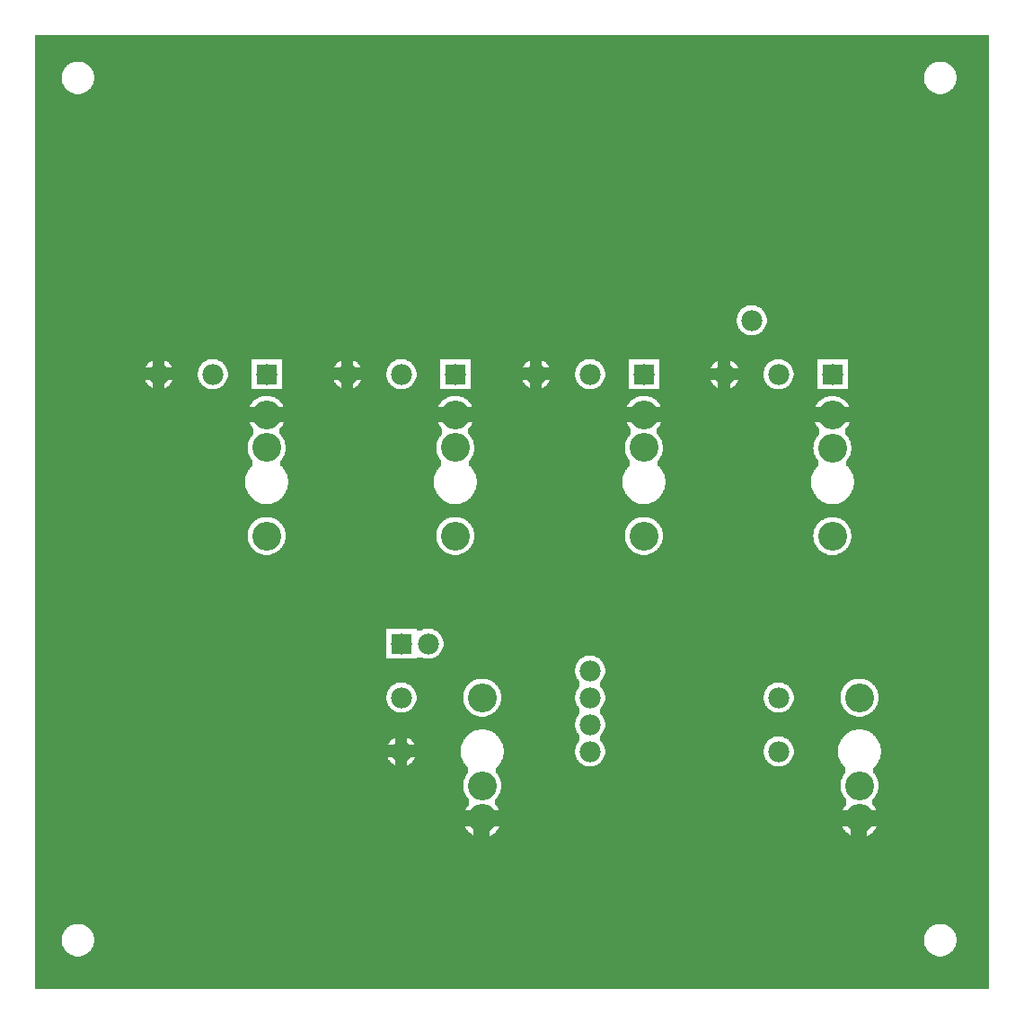
<source format=gbl>
G04 MADE WITH FRITZING*
G04 WWW.FRITZING.ORG*
G04 DOUBLE SIDED*
G04 HOLES PLATED*
G04 CONTOUR ON CENTER OF CONTOUR VECTOR*
%ASAXBY*%
%FSLAX23Y23*%
%MOIN*%
%OFA0B0*%
%SFA1.0B1.0*%
%ADD10C,0.075000*%
%ADD11C,0.078000*%
%ADD12C,0.107087*%
%ADD13R,0.078000X0.078000*%
%LNCOPPER0*%
G90*
G70*
G54D10*
X3463Y3514D03*
G54D11*
X2700Y2522D03*
X2700Y2522D03*
X1500Y1322D03*
X1500Y1322D03*
X2800Y922D03*
X2800Y922D03*
X2800Y1122D03*
X2800Y1122D03*
G54D12*
X2999Y2170D03*
X2999Y2048D03*
X2999Y1721D03*
X2300Y2171D03*
X2300Y2049D03*
X2300Y1722D03*
X1600Y2171D03*
X1600Y2049D03*
X1600Y1722D03*
X900Y2171D03*
X900Y2049D03*
X900Y1722D03*
G54D11*
X2999Y2321D03*
X2799Y2321D03*
X2599Y2321D03*
X2300Y2322D03*
X2100Y2322D03*
X1900Y2322D03*
X1600Y2322D03*
X1400Y2322D03*
X1200Y2322D03*
X900Y2322D03*
X700Y2322D03*
X500Y2322D03*
X1400Y1322D03*
X1400Y1122D03*
X1400Y922D03*
G54D12*
X1700Y673D03*
X1700Y795D03*
X1700Y1122D03*
X3100Y673D03*
X3100Y795D03*
X3100Y1122D03*
G54D11*
X2100Y1222D03*
X2100Y1122D03*
X2100Y1022D03*
X2100Y922D03*
X2100Y1222D03*
X2100Y1122D03*
X2100Y1022D03*
X2100Y922D03*
G54D13*
X2999Y2321D03*
X2300Y2322D03*
X1600Y2322D03*
X900Y2322D03*
X1400Y1322D03*
G36*
X40Y3582D02*
X40Y3482D01*
X3412Y3482D01*
X3412Y3480D01*
X3420Y3480D01*
X3420Y3478D01*
X3424Y3478D01*
X3424Y3476D01*
X3428Y3476D01*
X3428Y3474D01*
X3432Y3474D01*
X3432Y3472D01*
X3434Y3472D01*
X3434Y3470D01*
X3438Y3470D01*
X3438Y3468D01*
X3440Y3468D01*
X3440Y3466D01*
X3442Y3466D01*
X3442Y3464D01*
X3444Y3464D01*
X3444Y3462D01*
X3446Y3462D01*
X3446Y3460D01*
X3448Y3460D01*
X3448Y3456D01*
X3450Y3456D01*
X3450Y3454D01*
X3452Y3454D01*
X3452Y3450D01*
X3454Y3450D01*
X3454Y3446D01*
X3456Y3446D01*
X3456Y3442D01*
X3458Y3442D01*
X3458Y3434D01*
X3460Y3434D01*
X3460Y3410D01*
X3458Y3410D01*
X3458Y3402D01*
X3456Y3402D01*
X3456Y3398D01*
X3454Y3398D01*
X3454Y3394D01*
X3452Y3394D01*
X3452Y3390D01*
X3450Y3390D01*
X3450Y3388D01*
X3448Y3388D01*
X3448Y3384D01*
X3446Y3384D01*
X3446Y3382D01*
X3444Y3382D01*
X3444Y3380D01*
X3442Y3380D01*
X3442Y3378D01*
X3440Y3378D01*
X3440Y3376D01*
X3438Y3376D01*
X3438Y3374D01*
X3434Y3374D01*
X3434Y3372D01*
X3432Y3372D01*
X3432Y3370D01*
X3428Y3370D01*
X3428Y3368D01*
X3424Y3368D01*
X3424Y3366D01*
X3420Y3366D01*
X3420Y3364D01*
X3412Y3364D01*
X3412Y3362D01*
X3582Y3362D01*
X3582Y3582D01*
X40Y3582D01*
G37*
D02*
G36*
X40Y3482D02*
X40Y3362D01*
X188Y3362D01*
X188Y3364D01*
X180Y3364D01*
X180Y3366D01*
X176Y3366D01*
X176Y3368D01*
X172Y3368D01*
X172Y3370D01*
X168Y3370D01*
X168Y3372D01*
X166Y3372D01*
X166Y3374D01*
X162Y3374D01*
X162Y3376D01*
X160Y3376D01*
X160Y3378D01*
X158Y3378D01*
X158Y3380D01*
X156Y3380D01*
X156Y3382D01*
X154Y3382D01*
X154Y3384D01*
X152Y3384D01*
X152Y3388D01*
X150Y3388D01*
X150Y3390D01*
X148Y3390D01*
X148Y3394D01*
X146Y3394D01*
X146Y3398D01*
X144Y3398D01*
X144Y3402D01*
X142Y3402D01*
X142Y3410D01*
X140Y3410D01*
X140Y3434D01*
X142Y3434D01*
X142Y3442D01*
X144Y3442D01*
X144Y3446D01*
X146Y3446D01*
X146Y3450D01*
X148Y3450D01*
X148Y3454D01*
X150Y3454D01*
X150Y3456D01*
X152Y3456D01*
X152Y3460D01*
X154Y3460D01*
X154Y3462D01*
X156Y3462D01*
X156Y3464D01*
X158Y3464D01*
X158Y3466D01*
X160Y3466D01*
X160Y3468D01*
X162Y3468D01*
X162Y3470D01*
X166Y3470D01*
X166Y3472D01*
X168Y3472D01*
X168Y3474D01*
X172Y3474D01*
X172Y3476D01*
X176Y3476D01*
X176Y3478D01*
X180Y3478D01*
X180Y3480D01*
X188Y3480D01*
X188Y3482D01*
X40Y3482D01*
G37*
D02*
G36*
X212Y3482D02*
X212Y3480D01*
X220Y3480D01*
X220Y3478D01*
X224Y3478D01*
X224Y3476D01*
X228Y3476D01*
X228Y3474D01*
X232Y3474D01*
X232Y3472D01*
X234Y3472D01*
X234Y3470D01*
X238Y3470D01*
X238Y3468D01*
X240Y3468D01*
X240Y3466D01*
X242Y3466D01*
X242Y3464D01*
X244Y3464D01*
X244Y3462D01*
X246Y3462D01*
X246Y3460D01*
X248Y3460D01*
X248Y3458D01*
X250Y3458D01*
X250Y3454D01*
X252Y3454D01*
X252Y3450D01*
X254Y3450D01*
X254Y3446D01*
X256Y3446D01*
X256Y3442D01*
X258Y3442D01*
X258Y3434D01*
X260Y3434D01*
X260Y3410D01*
X258Y3410D01*
X258Y3402D01*
X256Y3402D01*
X256Y3398D01*
X254Y3398D01*
X254Y3394D01*
X252Y3394D01*
X252Y3390D01*
X250Y3390D01*
X250Y3386D01*
X248Y3386D01*
X248Y3384D01*
X246Y3384D01*
X246Y3382D01*
X244Y3382D01*
X244Y3380D01*
X242Y3380D01*
X242Y3378D01*
X240Y3378D01*
X240Y3376D01*
X238Y3376D01*
X238Y3374D01*
X234Y3374D01*
X234Y3372D01*
X232Y3372D01*
X232Y3370D01*
X228Y3370D01*
X228Y3368D01*
X224Y3368D01*
X224Y3366D01*
X220Y3366D01*
X220Y3364D01*
X212Y3364D01*
X212Y3362D01*
X3388Y3362D01*
X3388Y3364D01*
X3380Y3364D01*
X3380Y3366D01*
X3376Y3366D01*
X3376Y3368D01*
X3372Y3368D01*
X3372Y3370D01*
X3368Y3370D01*
X3368Y3372D01*
X3366Y3372D01*
X3366Y3374D01*
X3362Y3374D01*
X3362Y3376D01*
X3360Y3376D01*
X3360Y3378D01*
X3358Y3378D01*
X3358Y3380D01*
X3356Y3380D01*
X3356Y3382D01*
X3354Y3382D01*
X3354Y3384D01*
X3352Y3384D01*
X3352Y3388D01*
X3350Y3388D01*
X3350Y3390D01*
X3348Y3390D01*
X3348Y3394D01*
X3346Y3394D01*
X3346Y3398D01*
X3344Y3398D01*
X3344Y3402D01*
X3342Y3402D01*
X3342Y3410D01*
X3340Y3410D01*
X3340Y3434D01*
X3342Y3434D01*
X3342Y3442D01*
X3344Y3442D01*
X3344Y3446D01*
X3346Y3446D01*
X3346Y3450D01*
X3348Y3450D01*
X3348Y3454D01*
X3350Y3454D01*
X3350Y3456D01*
X3352Y3456D01*
X3352Y3460D01*
X3354Y3460D01*
X3354Y3462D01*
X3356Y3462D01*
X3356Y3464D01*
X3358Y3464D01*
X3358Y3466D01*
X3360Y3466D01*
X3360Y3468D01*
X3362Y3468D01*
X3362Y3470D01*
X3366Y3470D01*
X3366Y3472D01*
X3368Y3472D01*
X3368Y3474D01*
X3372Y3474D01*
X3372Y3476D01*
X3376Y3476D01*
X3376Y3478D01*
X3380Y3478D01*
X3380Y3480D01*
X3388Y3480D01*
X3388Y3482D01*
X212Y3482D01*
G37*
D02*
G36*
X40Y3362D02*
X40Y3360D01*
X3582Y3360D01*
X3582Y3362D01*
X40Y3362D01*
G37*
D02*
G36*
X40Y3362D02*
X40Y3360D01*
X3582Y3360D01*
X3582Y3362D01*
X40Y3362D01*
G37*
D02*
G36*
X40Y3362D02*
X40Y3360D01*
X3582Y3360D01*
X3582Y3362D01*
X40Y3362D01*
G37*
D02*
G36*
X40Y3360D02*
X40Y2578D01*
X2710Y2578D01*
X2710Y2576D01*
X2718Y2576D01*
X2718Y2574D01*
X2722Y2574D01*
X2722Y2572D01*
X2726Y2572D01*
X2726Y2570D01*
X2730Y2570D01*
X2730Y2568D01*
X2732Y2568D01*
X2732Y2566D01*
X2736Y2566D01*
X2736Y2564D01*
X2738Y2564D01*
X2738Y2562D01*
X2740Y2562D01*
X2740Y2560D01*
X2742Y2560D01*
X2742Y2558D01*
X2744Y2558D01*
X2744Y2554D01*
X2746Y2554D01*
X2746Y2552D01*
X2748Y2552D01*
X2748Y2548D01*
X2750Y2548D01*
X2750Y2544D01*
X2752Y2544D01*
X2752Y2540D01*
X2754Y2540D01*
X2754Y2532D01*
X2756Y2532D01*
X2756Y2512D01*
X2754Y2512D01*
X2754Y2504D01*
X2752Y2504D01*
X2752Y2500D01*
X2750Y2500D01*
X2750Y2496D01*
X2748Y2496D01*
X2748Y2492D01*
X2746Y2492D01*
X2746Y2490D01*
X2744Y2490D01*
X2744Y2486D01*
X2742Y2486D01*
X2742Y2484D01*
X2740Y2484D01*
X2740Y2482D01*
X2738Y2482D01*
X2738Y2480D01*
X2736Y2480D01*
X2736Y2478D01*
X2732Y2478D01*
X2732Y2476D01*
X2730Y2476D01*
X2730Y2474D01*
X2726Y2474D01*
X2726Y2472D01*
X2722Y2472D01*
X2722Y2470D01*
X2718Y2470D01*
X2718Y2468D01*
X2710Y2468D01*
X2710Y2466D01*
X3582Y2466D01*
X3582Y3360D01*
X40Y3360D01*
G37*
D02*
G36*
X40Y2578D02*
X40Y2466D01*
X2690Y2466D01*
X2690Y2468D01*
X2682Y2468D01*
X2682Y2470D01*
X2678Y2470D01*
X2678Y2472D01*
X2674Y2472D01*
X2674Y2474D01*
X2670Y2474D01*
X2670Y2476D01*
X2668Y2476D01*
X2668Y2478D01*
X2664Y2478D01*
X2664Y2480D01*
X2662Y2480D01*
X2662Y2482D01*
X2660Y2482D01*
X2660Y2484D01*
X2658Y2484D01*
X2658Y2486D01*
X2656Y2486D01*
X2656Y2490D01*
X2654Y2490D01*
X2654Y2492D01*
X2652Y2492D01*
X2652Y2496D01*
X2650Y2496D01*
X2650Y2500D01*
X2648Y2500D01*
X2648Y2504D01*
X2646Y2504D01*
X2646Y2512D01*
X2644Y2512D01*
X2644Y2532D01*
X2646Y2532D01*
X2646Y2540D01*
X2648Y2540D01*
X2648Y2544D01*
X2650Y2544D01*
X2650Y2548D01*
X2652Y2548D01*
X2652Y2552D01*
X2654Y2552D01*
X2654Y2554D01*
X2656Y2554D01*
X2656Y2558D01*
X2658Y2558D01*
X2658Y2560D01*
X2660Y2560D01*
X2660Y2562D01*
X2662Y2562D01*
X2662Y2564D01*
X2664Y2564D01*
X2664Y2566D01*
X2668Y2566D01*
X2668Y2568D01*
X2670Y2568D01*
X2670Y2570D01*
X2674Y2570D01*
X2674Y2572D01*
X2678Y2572D01*
X2678Y2574D01*
X2682Y2574D01*
X2682Y2576D01*
X2690Y2576D01*
X2690Y2578D01*
X40Y2578D01*
G37*
D02*
G36*
X40Y2466D02*
X40Y2464D01*
X3582Y2464D01*
X3582Y2466D01*
X40Y2466D01*
G37*
D02*
G36*
X40Y2466D02*
X40Y2464D01*
X3582Y2464D01*
X3582Y2466D01*
X40Y2466D01*
G37*
D02*
G36*
X40Y2464D02*
X40Y2378D01*
X3054Y2378D01*
X3054Y2376D01*
X3056Y2376D01*
X3056Y2266D01*
X3582Y2266D01*
X3582Y2464D01*
X40Y2464D01*
G37*
D02*
G36*
X40Y2378D02*
X40Y2266D01*
X490Y2266D01*
X490Y2268D01*
X482Y2268D01*
X482Y2270D01*
X478Y2270D01*
X478Y2272D01*
X474Y2272D01*
X474Y2274D01*
X470Y2274D01*
X470Y2276D01*
X468Y2276D01*
X468Y2278D01*
X464Y2278D01*
X464Y2280D01*
X462Y2280D01*
X462Y2282D01*
X460Y2282D01*
X460Y2284D01*
X458Y2284D01*
X458Y2286D01*
X456Y2286D01*
X456Y2290D01*
X454Y2290D01*
X454Y2292D01*
X452Y2292D01*
X452Y2296D01*
X450Y2296D01*
X450Y2300D01*
X448Y2300D01*
X448Y2304D01*
X446Y2304D01*
X446Y2312D01*
X444Y2312D01*
X444Y2332D01*
X446Y2332D01*
X446Y2340D01*
X448Y2340D01*
X448Y2344D01*
X450Y2344D01*
X450Y2348D01*
X452Y2348D01*
X452Y2352D01*
X454Y2352D01*
X454Y2354D01*
X456Y2354D01*
X456Y2358D01*
X458Y2358D01*
X458Y2360D01*
X460Y2360D01*
X460Y2362D01*
X462Y2362D01*
X462Y2364D01*
X464Y2364D01*
X464Y2366D01*
X468Y2366D01*
X468Y2368D01*
X470Y2368D01*
X470Y2370D01*
X474Y2370D01*
X474Y2372D01*
X478Y2372D01*
X478Y2374D01*
X482Y2374D01*
X482Y2376D01*
X490Y2376D01*
X490Y2378D01*
X40Y2378D01*
G37*
D02*
G36*
X510Y2378D02*
X510Y2376D01*
X518Y2376D01*
X518Y2374D01*
X522Y2374D01*
X522Y2372D01*
X526Y2372D01*
X526Y2370D01*
X530Y2370D01*
X530Y2368D01*
X532Y2368D01*
X532Y2366D01*
X536Y2366D01*
X536Y2364D01*
X538Y2364D01*
X538Y2362D01*
X540Y2362D01*
X540Y2360D01*
X542Y2360D01*
X542Y2358D01*
X544Y2358D01*
X544Y2354D01*
X546Y2354D01*
X546Y2352D01*
X548Y2352D01*
X548Y2348D01*
X550Y2348D01*
X550Y2344D01*
X552Y2344D01*
X552Y2340D01*
X554Y2340D01*
X554Y2332D01*
X556Y2332D01*
X556Y2312D01*
X554Y2312D01*
X554Y2304D01*
X552Y2304D01*
X552Y2300D01*
X550Y2300D01*
X550Y2296D01*
X548Y2296D01*
X548Y2292D01*
X546Y2292D01*
X546Y2290D01*
X544Y2290D01*
X544Y2286D01*
X542Y2286D01*
X542Y2284D01*
X540Y2284D01*
X540Y2282D01*
X538Y2282D01*
X538Y2280D01*
X536Y2280D01*
X536Y2278D01*
X532Y2278D01*
X532Y2276D01*
X530Y2276D01*
X530Y2274D01*
X526Y2274D01*
X526Y2272D01*
X522Y2272D01*
X522Y2270D01*
X518Y2270D01*
X518Y2268D01*
X510Y2268D01*
X510Y2266D01*
X690Y2266D01*
X690Y2268D01*
X682Y2268D01*
X682Y2270D01*
X678Y2270D01*
X678Y2272D01*
X674Y2272D01*
X674Y2274D01*
X670Y2274D01*
X670Y2276D01*
X668Y2276D01*
X668Y2278D01*
X664Y2278D01*
X664Y2280D01*
X662Y2280D01*
X662Y2282D01*
X660Y2282D01*
X660Y2284D01*
X658Y2284D01*
X658Y2286D01*
X656Y2286D01*
X656Y2290D01*
X654Y2290D01*
X654Y2292D01*
X652Y2292D01*
X652Y2296D01*
X650Y2296D01*
X650Y2300D01*
X648Y2300D01*
X648Y2304D01*
X646Y2304D01*
X646Y2312D01*
X644Y2312D01*
X644Y2332D01*
X646Y2332D01*
X646Y2340D01*
X648Y2340D01*
X648Y2344D01*
X650Y2344D01*
X650Y2348D01*
X652Y2348D01*
X652Y2352D01*
X654Y2352D01*
X654Y2354D01*
X656Y2354D01*
X656Y2358D01*
X658Y2358D01*
X658Y2360D01*
X660Y2360D01*
X660Y2362D01*
X662Y2362D01*
X662Y2364D01*
X664Y2364D01*
X664Y2366D01*
X668Y2366D01*
X668Y2368D01*
X670Y2368D01*
X670Y2370D01*
X674Y2370D01*
X674Y2372D01*
X678Y2372D01*
X678Y2374D01*
X682Y2374D01*
X682Y2376D01*
X690Y2376D01*
X690Y2378D01*
X510Y2378D01*
G37*
D02*
G36*
X710Y2378D02*
X710Y2376D01*
X718Y2376D01*
X718Y2374D01*
X722Y2374D01*
X722Y2372D01*
X726Y2372D01*
X726Y2370D01*
X730Y2370D01*
X730Y2368D01*
X732Y2368D01*
X732Y2366D01*
X736Y2366D01*
X736Y2364D01*
X738Y2364D01*
X738Y2362D01*
X740Y2362D01*
X740Y2360D01*
X742Y2360D01*
X742Y2358D01*
X744Y2358D01*
X744Y2354D01*
X746Y2354D01*
X746Y2352D01*
X748Y2352D01*
X748Y2348D01*
X750Y2348D01*
X750Y2344D01*
X752Y2344D01*
X752Y2340D01*
X754Y2340D01*
X754Y2332D01*
X756Y2332D01*
X756Y2312D01*
X754Y2312D01*
X754Y2304D01*
X752Y2304D01*
X752Y2300D01*
X750Y2300D01*
X750Y2296D01*
X748Y2296D01*
X748Y2292D01*
X746Y2292D01*
X746Y2290D01*
X744Y2290D01*
X744Y2286D01*
X742Y2286D01*
X742Y2284D01*
X740Y2284D01*
X740Y2282D01*
X738Y2282D01*
X738Y2280D01*
X736Y2280D01*
X736Y2278D01*
X732Y2278D01*
X732Y2276D01*
X730Y2276D01*
X730Y2274D01*
X726Y2274D01*
X726Y2272D01*
X722Y2272D01*
X722Y2270D01*
X718Y2270D01*
X718Y2268D01*
X710Y2268D01*
X710Y2266D01*
X844Y2266D01*
X844Y2378D01*
X710Y2378D01*
G37*
D02*
G36*
X956Y2378D02*
X956Y2266D01*
X1190Y2266D01*
X1190Y2268D01*
X1182Y2268D01*
X1182Y2270D01*
X1178Y2270D01*
X1178Y2272D01*
X1174Y2272D01*
X1174Y2274D01*
X1170Y2274D01*
X1170Y2276D01*
X1168Y2276D01*
X1168Y2278D01*
X1164Y2278D01*
X1164Y2280D01*
X1162Y2280D01*
X1162Y2282D01*
X1160Y2282D01*
X1160Y2284D01*
X1158Y2284D01*
X1158Y2286D01*
X1156Y2286D01*
X1156Y2290D01*
X1154Y2290D01*
X1154Y2292D01*
X1152Y2292D01*
X1152Y2296D01*
X1150Y2296D01*
X1150Y2300D01*
X1148Y2300D01*
X1148Y2304D01*
X1146Y2304D01*
X1146Y2312D01*
X1144Y2312D01*
X1144Y2332D01*
X1146Y2332D01*
X1146Y2340D01*
X1148Y2340D01*
X1148Y2344D01*
X1150Y2344D01*
X1150Y2348D01*
X1152Y2348D01*
X1152Y2352D01*
X1154Y2352D01*
X1154Y2354D01*
X1156Y2354D01*
X1156Y2358D01*
X1158Y2358D01*
X1158Y2360D01*
X1160Y2360D01*
X1160Y2362D01*
X1162Y2362D01*
X1162Y2364D01*
X1164Y2364D01*
X1164Y2366D01*
X1168Y2366D01*
X1168Y2368D01*
X1170Y2368D01*
X1170Y2370D01*
X1174Y2370D01*
X1174Y2372D01*
X1178Y2372D01*
X1178Y2374D01*
X1182Y2374D01*
X1182Y2376D01*
X1190Y2376D01*
X1190Y2378D01*
X956Y2378D01*
G37*
D02*
G36*
X1210Y2378D02*
X1210Y2376D01*
X1218Y2376D01*
X1218Y2374D01*
X1222Y2374D01*
X1222Y2372D01*
X1226Y2372D01*
X1226Y2370D01*
X1230Y2370D01*
X1230Y2368D01*
X1232Y2368D01*
X1232Y2366D01*
X1236Y2366D01*
X1236Y2364D01*
X1238Y2364D01*
X1238Y2362D01*
X1240Y2362D01*
X1240Y2360D01*
X1242Y2360D01*
X1242Y2358D01*
X1244Y2358D01*
X1244Y2354D01*
X1246Y2354D01*
X1246Y2352D01*
X1248Y2352D01*
X1248Y2348D01*
X1250Y2348D01*
X1250Y2344D01*
X1252Y2344D01*
X1252Y2340D01*
X1254Y2340D01*
X1254Y2332D01*
X1256Y2332D01*
X1256Y2312D01*
X1254Y2312D01*
X1254Y2304D01*
X1252Y2304D01*
X1252Y2300D01*
X1250Y2300D01*
X1250Y2296D01*
X1248Y2296D01*
X1248Y2292D01*
X1246Y2292D01*
X1246Y2290D01*
X1244Y2290D01*
X1244Y2286D01*
X1242Y2286D01*
X1242Y2284D01*
X1240Y2284D01*
X1240Y2282D01*
X1238Y2282D01*
X1238Y2280D01*
X1236Y2280D01*
X1236Y2278D01*
X1232Y2278D01*
X1232Y2276D01*
X1230Y2276D01*
X1230Y2274D01*
X1226Y2274D01*
X1226Y2272D01*
X1222Y2272D01*
X1222Y2270D01*
X1218Y2270D01*
X1218Y2268D01*
X1210Y2268D01*
X1210Y2266D01*
X1390Y2266D01*
X1390Y2268D01*
X1382Y2268D01*
X1382Y2270D01*
X1378Y2270D01*
X1378Y2272D01*
X1374Y2272D01*
X1374Y2274D01*
X1370Y2274D01*
X1370Y2276D01*
X1368Y2276D01*
X1368Y2278D01*
X1364Y2278D01*
X1364Y2280D01*
X1362Y2280D01*
X1362Y2282D01*
X1360Y2282D01*
X1360Y2284D01*
X1358Y2284D01*
X1358Y2286D01*
X1356Y2286D01*
X1356Y2290D01*
X1354Y2290D01*
X1354Y2292D01*
X1352Y2292D01*
X1352Y2296D01*
X1350Y2296D01*
X1350Y2300D01*
X1348Y2300D01*
X1348Y2304D01*
X1346Y2304D01*
X1346Y2312D01*
X1344Y2312D01*
X1344Y2332D01*
X1346Y2332D01*
X1346Y2340D01*
X1348Y2340D01*
X1348Y2344D01*
X1350Y2344D01*
X1350Y2348D01*
X1352Y2348D01*
X1352Y2352D01*
X1354Y2352D01*
X1354Y2354D01*
X1356Y2354D01*
X1356Y2358D01*
X1358Y2358D01*
X1358Y2360D01*
X1360Y2360D01*
X1360Y2362D01*
X1362Y2362D01*
X1362Y2364D01*
X1364Y2364D01*
X1364Y2366D01*
X1368Y2366D01*
X1368Y2368D01*
X1370Y2368D01*
X1370Y2370D01*
X1374Y2370D01*
X1374Y2372D01*
X1378Y2372D01*
X1378Y2374D01*
X1382Y2374D01*
X1382Y2376D01*
X1390Y2376D01*
X1390Y2378D01*
X1210Y2378D01*
G37*
D02*
G36*
X1410Y2378D02*
X1410Y2376D01*
X1418Y2376D01*
X1418Y2374D01*
X1422Y2374D01*
X1422Y2372D01*
X1426Y2372D01*
X1426Y2370D01*
X1430Y2370D01*
X1430Y2368D01*
X1432Y2368D01*
X1432Y2366D01*
X1436Y2366D01*
X1436Y2364D01*
X1438Y2364D01*
X1438Y2362D01*
X1440Y2362D01*
X1440Y2360D01*
X1442Y2360D01*
X1442Y2358D01*
X1444Y2358D01*
X1444Y2354D01*
X1446Y2354D01*
X1446Y2352D01*
X1448Y2352D01*
X1448Y2348D01*
X1450Y2348D01*
X1450Y2344D01*
X1452Y2344D01*
X1452Y2340D01*
X1454Y2340D01*
X1454Y2332D01*
X1456Y2332D01*
X1456Y2312D01*
X1454Y2312D01*
X1454Y2304D01*
X1452Y2304D01*
X1452Y2300D01*
X1450Y2300D01*
X1450Y2296D01*
X1448Y2296D01*
X1448Y2292D01*
X1446Y2292D01*
X1446Y2290D01*
X1444Y2290D01*
X1444Y2286D01*
X1442Y2286D01*
X1442Y2284D01*
X1440Y2284D01*
X1440Y2282D01*
X1438Y2282D01*
X1438Y2280D01*
X1436Y2280D01*
X1436Y2278D01*
X1432Y2278D01*
X1432Y2276D01*
X1430Y2276D01*
X1430Y2274D01*
X1426Y2274D01*
X1426Y2272D01*
X1422Y2272D01*
X1422Y2270D01*
X1418Y2270D01*
X1418Y2268D01*
X1410Y2268D01*
X1410Y2266D01*
X1544Y2266D01*
X1544Y2378D01*
X1410Y2378D01*
G37*
D02*
G36*
X1656Y2378D02*
X1656Y2266D01*
X1890Y2266D01*
X1890Y2268D01*
X1882Y2268D01*
X1882Y2270D01*
X1878Y2270D01*
X1878Y2272D01*
X1874Y2272D01*
X1874Y2274D01*
X1870Y2274D01*
X1870Y2276D01*
X1868Y2276D01*
X1868Y2278D01*
X1864Y2278D01*
X1864Y2280D01*
X1862Y2280D01*
X1862Y2282D01*
X1860Y2282D01*
X1860Y2284D01*
X1858Y2284D01*
X1858Y2286D01*
X1856Y2286D01*
X1856Y2290D01*
X1854Y2290D01*
X1854Y2292D01*
X1852Y2292D01*
X1852Y2296D01*
X1850Y2296D01*
X1850Y2300D01*
X1848Y2300D01*
X1848Y2304D01*
X1846Y2304D01*
X1846Y2312D01*
X1844Y2312D01*
X1844Y2332D01*
X1846Y2332D01*
X1846Y2340D01*
X1848Y2340D01*
X1848Y2344D01*
X1850Y2344D01*
X1850Y2348D01*
X1852Y2348D01*
X1852Y2352D01*
X1854Y2352D01*
X1854Y2354D01*
X1856Y2354D01*
X1856Y2358D01*
X1858Y2358D01*
X1858Y2360D01*
X1860Y2360D01*
X1860Y2362D01*
X1862Y2362D01*
X1862Y2364D01*
X1864Y2364D01*
X1864Y2366D01*
X1868Y2366D01*
X1868Y2368D01*
X1870Y2368D01*
X1870Y2370D01*
X1874Y2370D01*
X1874Y2372D01*
X1878Y2372D01*
X1878Y2374D01*
X1882Y2374D01*
X1882Y2376D01*
X1890Y2376D01*
X1890Y2378D01*
X1656Y2378D01*
G37*
D02*
G36*
X1910Y2378D02*
X1910Y2376D01*
X1918Y2376D01*
X1918Y2374D01*
X1922Y2374D01*
X1922Y2372D01*
X1926Y2372D01*
X1926Y2370D01*
X1930Y2370D01*
X1930Y2368D01*
X1932Y2368D01*
X1932Y2366D01*
X1936Y2366D01*
X1936Y2364D01*
X1938Y2364D01*
X1938Y2362D01*
X1940Y2362D01*
X1940Y2360D01*
X1942Y2360D01*
X1942Y2358D01*
X1944Y2358D01*
X1944Y2354D01*
X1946Y2354D01*
X1946Y2352D01*
X1948Y2352D01*
X1948Y2348D01*
X1950Y2348D01*
X1950Y2344D01*
X1952Y2344D01*
X1952Y2340D01*
X1954Y2340D01*
X1954Y2332D01*
X1956Y2332D01*
X1956Y2312D01*
X1954Y2312D01*
X1954Y2304D01*
X1952Y2304D01*
X1952Y2300D01*
X1950Y2300D01*
X1950Y2296D01*
X1948Y2296D01*
X1948Y2292D01*
X1946Y2292D01*
X1946Y2290D01*
X1944Y2290D01*
X1944Y2286D01*
X1942Y2286D01*
X1942Y2284D01*
X1940Y2284D01*
X1940Y2282D01*
X1938Y2282D01*
X1938Y2280D01*
X1936Y2280D01*
X1936Y2278D01*
X1932Y2278D01*
X1932Y2276D01*
X1930Y2276D01*
X1930Y2274D01*
X1926Y2274D01*
X1926Y2272D01*
X1922Y2272D01*
X1922Y2270D01*
X1918Y2270D01*
X1918Y2268D01*
X1910Y2268D01*
X1910Y2266D01*
X2090Y2266D01*
X2090Y2268D01*
X2082Y2268D01*
X2082Y2270D01*
X2078Y2270D01*
X2078Y2272D01*
X2074Y2272D01*
X2074Y2274D01*
X2070Y2274D01*
X2070Y2276D01*
X2068Y2276D01*
X2068Y2278D01*
X2064Y2278D01*
X2064Y2280D01*
X2062Y2280D01*
X2062Y2282D01*
X2060Y2282D01*
X2060Y2284D01*
X2058Y2284D01*
X2058Y2286D01*
X2056Y2286D01*
X2056Y2290D01*
X2054Y2290D01*
X2054Y2292D01*
X2052Y2292D01*
X2052Y2296D01*
X2050Y2296D01*
X2050Y2300D01*
X2048Y2300D01*
X2048Y2304D01*
X2046Y2304D01*
X2046Y2312D01*
X2044Y2312D01*
X2044Y2332D01*
X2046Y2332D01*
X2046Y2340D01*
X2048Y2340D01*
X2048Y2344D01*
X2050Y2344D01*
X2050Y2348D01*
X2052Y2348D01*
X2052Y2352D01*
X2054Y2352D01*
X2054Y2354D01*
X2056Y2354D01*
X2056Y2358D01*
X2058Y2358D01*
X2058Y2360D01*
X2060Y2360D01*
X2060Y2362D01*
X2062Y2362D01*
X2062Y2364D01*
X2064Y2364D01*
X2064Y2366D01*
X2068Y2366D01*
X2068Y2368D01*
X2070Y2368D01*
X2070Y2370D01*
X2074Y2370D01*
X2074Y2372D01*
X2078Y2372D01*
X2078Y2374D01*
X2082Y2374D01*
X2082Y2376D01*
X2090Y2376D01*
X2090Y2378D01*
X1910Y2378D01*
G37*
D02*
G36*
X2110Y2378D02*
X2110Y2376D01*
X2118Y2376D01*
X2118Y2374D01*
X2122Y2374D01*
X2122Y2372D01*
X2126Y2372D01*
X2126Y2370D01*
X2130Y2370D01*
X2130Y2368D01*
X2132Y2368D01*
X2132Y2366D01*
X2136Y2366D01*
X2136Y2364D01*
X2138Y2364D01*
X2138Y2362D01*
X2140Y2362D01*
X2140Y2360D01*
X2142Y2360D01*
X2142Y2358D01*
X2144Y2358D01*
X2144Y2354D01*
X2146Y2354D01*
X2146Y2352D01*
X2148Y2352D01*
X2148Y2348D01*
X2150Y2348D01*
X2150Y2344D01*
X2152Y2344D01*
X2152Y2340D01*
X2154Y2340D01*
X2154Y2332D01*
X2156Y2332D01*
X2156Y2312D01*
X2154Y2312D01*
X2154Y2304D01*
X2152Y2304D01*
X2152Y2300D01*
X2150Y2300D01*
X2150Y2296D01*
X2148Y2296D01*
X2148Y2292D01*
X2146Y2292D01*
X2146Y2290D01*
X2144Y2290D01*
X2144Y2286D01*
X2142Y2286D01*
X2142Y2284D01*
X2140Y2284D01*
X2140Y2282D01*
X2138Y2282D01*
X2138Y2280D01*
X2136Y2280D01*
X2136Y2278D01*
X2132Y2278D01*
X2132Y2276D01*
X2130Y2276D01*
X2130Y2274D01*
X2126Y2274D01*
X2126Y2272D01*
X2122Y2272D01*
X2122Y2270D01*
X2118Y2270D01*
X2118Y2268D01*
X2110Y2268D01*
X2110Y2266D01*
X2244Y2266D01*
X2244Y2378D01*
X2110Y2378D01*
G37*
D02*
G36*
X2356Y2378D02*
X2356Y2266D01*
X2586Y2266D01*
X2586Y2268D01*
X2580Y2268D01*
X2580Y2270D01*
X2576Y2270D01*
X2576Y2272D01*
X2572Y2272D01*
X2572Y2274D01*
X2568Y2274D01*
X2568Y2276D01*
X2566Y2276D01*
X2566Y2278D01*
X2564Y2278D01*
X2564Y2280D01*
X2560Y2280D01*
X2560Y2282D01*
X2558Y2282D01*
X2558Y2286D01*
X2556Y2286D01*
X2556Y2288D01*
X2554Y2288D01*
X2554Y2290D01*
X2552Y2290D01*
X2552Y2294D01*
X2550Y2294D01*
X2550Y2298D01*
X2548Y2298D01*
X2548Y2302D01*
X2546Y2302D01*
X2546Y2308D01*
X2544Y2308D01*
X2544Y2334D01*
X2546Y2334D01*
X2546Y2342D01*
X2548Y2342D01*
X2548Y2346D01*
X2550Y2346D01*
X2550Y2350D01*
X2552Y2350D01*
X2552Y2352D01*
X2554Y2352D01*
X2554Y2356D01*
X2556Y2356D01*
X2556Y2358D01*
X2558Y2358D01*
X2558Y2360D01*
X2560Y2360D01*
X2560Y2362D01*
X2562Y2362D01*
X2562Y2364D01*
X2564Y2364D01*
X2564Y2366D01*
X2568Y2366D01*
X2568Y2368D01*
X2570Y2368D01*
X2570Y2370D01*
X2574Y2370D01*
X2574Y2372D01*
X2578Y2372D01*
X2578Y2374D01*
X2584Y2374D01*
X2584Y2376D01*
X2594Y2376D01*
X2594Y2378D01*
X2356Y2378D01*
G37*
D02*
G36*
X2604Y2378D02*
X2604Y2376D01*
X2614Y2376D01*
X2614Y2374D01*
X2620Y2374D01*
X2620Y2372D01*
X2624Y2372D01*
X2624Y2370D01*
X2628Y2370D01*
X2628Y2368D01*
X2632Y2368D01*
X2632Y2366D01*
X2634Y2366D01*
X2634Y2364D01*
X2636Y2364D01*
X2636Y2362D01*
X2638Y2362D01*
X2638Y2360D01*
X2640Y2360D01*
X2640Y2358D01*
X2642Y2358D01*
X2642Y2356D01*
X2644Y2356D01*
X2644Y2354D01*
X2646Y2354D01*
X2646Y2350D01*
X2648Y2350D01*
X2648Y2346D01*
X2650Y2346D01*
X2650Y2342D01*
X2652Y2342D01*
X2652Y2336D01*
X2654Y2336D01*
X2654Y2326D01*
X2656Y2326D01*
X2656Y2316D01*
X2654Y2316D01*
X2654Y2306D01*
X2652Y2306D01*
X2652Y2300D01*
X2650Y2300D01*
X2650Y2296D01*
X2648Y2296D01*
X2648Y2292D01*
X2646Y2292D01*
X2646Y2290D01*
X2644Y2290D01*
X2644Y2286D01*
X2642Y2286D01*
X2642Y2284D01*
X2640Y2284D01*
X2640Y2282D01*
X2638Y2282D01*
X2638Y2280D01*
X2636Y2280D01*
X2636Y2278D01*
X2634Y2278D01*
X2634Y2276D01*
X2630Y2276D01*
X2630Y2274D01*
X2626Y2274D01*
X2626Y2272D01*
X2624Y2272D01*
X2624Y2270D01*
X2618Y2270D01*
X2618Y2268D01*
X2612Y2268D01*
X2612Y2266D01*
X2786Y2266D01*
X2786Y2268D01*
X2780Y2268D01*
X2780Y2270D01*
X2776Y2270D01*
X2776Y2272D01*
X2772Y2272D01*
X2772Y2274D01*
X2768Y2274D01*
X2768Y2276D01*
X2766Y2276D01*
X2766Y2278D01*
X2764Y2278D01*
X2764Y2280D01*
X2760Y2280D01*
X2760Y2282D01*
X2758Y2282D01*
X2758Y2286D01*
X2756Y2286D01*
X2756Y2288D01*
X2754Y2288D01*
X2754Y2290D01*
X2752Y2290D01*
X2752Y2294D01*
X2750Y2294D01*
X2750Y2298D01*
X2748Y2298D01*
X2748Y2302D01*
X2746Y2302D01*
X2746Y2308D01*
X2744Y2308D01*
X2744Y2334D01*
X2746Y2334D01*
X2746Y2342D01*
X2748Y2342D01*
X2748Y2346D01*
X2750Y2346D01*
X2750Y2350D01*
X2752Y2350D01*
X2752Y2352D01*
X2754Y2352D01*
X2754Y2356D01*
X2756Y2356D01*
X2756Y2358D01*
X2758Y2358D01*
X2758Y2360D01*
X2760Y2360D01*
X2760Y2362D01*
X2762Y2362D01*
X2762Y2364D01*
X2764Y2364D01*
X2764Y2366D01*
X2768Y2366D01*
X2768Y2368D01*
X2770Y2368D01*
X2770Y2370D01*
X2774Y2370D01*
X2774Y2372D01*
X2778Y2372D01*
X2778Y2374D01*
X2784Y2374D01*
X2784Y2376D01*
X2794Y2376D01*
X2794Y2378D01*
X2604Y2378D01*
G37*
D02*
G36*
X2804Y2378D02*
X2804Y2376D01*
X2814Y2376D01*
X2814Y2374D01*
X2820Y2374D01*
X2820Y2372D01*
X2824Y2372D01*
X2824Y2370D01*
X2828Y2370D01*
X2828Y2368D01*
X2832Y2368D01*
X2832Y2366D01*
X2834Y2366D01*
X2834Y2364D01*
X2836Y2364D01*
X2836Y2362D01*
X2838Y2362D01*
X2838Y2360D01*
X2840Y2360D01*
X2840Y2358D01*
X2842Y2358D01*
X2842Y2356D01*
X2844Y2356D01*
X2844Y2354D01*
X2846Y2354D01*
X2846Y2350D01*
X2848Y2350D01*
X2848Y2346D01*
X2850Y2346D01*
X2850Y2342D01*
X2852Y2342D01*
X2852Y2336D01*
X2854Y2336D01*
X2854Y2326D01*
X2856Y2326D01*
X2856Y2316D01*
X2854Y2316D01*
X2854Y2306D01*
X2852Y2306D01*
X2852Y2300D01*
X2850Y2300D01*
X2850Y2296D01*
X2848Y2296D01*
X2848Y2292D01*
X2846Y2292D01*
X2846Y2290D01*
X2844Y2290D01*
X2844Y2286D01*
X2842Y2286D01*
X2842Y2284D01*
X2840Y2284D01*
X2840Y2282D01*
X2838Y2282D01*
X2838Y2280D01*
X2836Y2280D01*
X2836Y2278D01*
X2834Y2278D01*
X2834Y2276D01*
X2830Y2276D01*
X2830Y2274D01*
X2826Y2274D01*
X2826Y2272D01*
X2824Y2272D01*
X2824Y2270D01*
X2818Y2270D01*
X2818Y2268D01*
X2812Y2268D01*
X2812Y2266D01*
X2944Y2266D01*
X2944Y2378D01*
X2804Y2378D01*
G37*
D02*
G36*
X40Y2266D02*
X40Y2264D01*
X3582Y2264D01*
X3582Y2266D01*
X40Y2266D01*
G37*
D02*
G36*
X40Y2266D02*
X40Y2264D01*
X3582Y2264D01*
X3582Y2266D01*
X40Y2266D01*
G37*
D02*
G36*
X40Y2266D02*
X40Y2264D01*
X3582Y2264D01*
X3582Y2266D01*
X40Y2266D01*
G37*
D02*
G36*
X40Y2266D02*
X40Y2264D01*
X3582Y2264D01*
X3582Y2266D01*
X40Y2266D01*
G37*
D02*
G36*
X40Y2266D02*
X40Y2264D01*
X3582Y2264D01*
X3582Y2266D01*
X40Y2266D01*
G37*
D02*
G36*
X40Y2266D02*
X40Y2264D01*
X3582Y2264D01*
X3582Y2266D01*
X40Y2266D01*
G37*
D02*
G36*
X40Y2266D02*
X40Y2264D01*
X3582Y2264D01*
X3582Y2266D01*
X40Y2266D01*
G37*
D02*
G36*
X40Y2266D02*
X40Y2264D01*
X3582Y2264D01*
X3582Y2266D01*
X40Y2266D01*
G37*
D02*
G36*
X40Y2266D02*
X40Y2264D01*
X3582Y2264D01*
X3582Y2266D01*
X40Y2266D01*
G37*
D02*
G36*
X40Y2266D02*
X40Y2264D01*
X3582Y2264D01*
X3582Y2266D01*
X40Y2266D01*
G37*
D02*
G36*
X40Y2266D02*
X40Y2264D01*
X3582Y2264D01*
X3582Y2266D01*
X40Y2266D01*
G37*
D02*
G36*
X40Y2266D02*
X40Y2264D01*
X3582Y2264D01*
X3582Y2266D01*
X40Y2266D01*
G37*
D02*
G36*
X40Y2266D02*
X40Y2264D01*
X3582Y2264D01*
X3582Y2266D01*
X40Y2266D01*
G37*
D02*
G36*
X40Y2264D02*
X40Y2242D01*
X2306Y2242D01*
X2306Y2240D01*
X3014Y2240D01*
X3014Y2238D01*
X3022Y2238D01*
X3022Y2236D01*
X3028Y2236D01*
X3028Y2234D01*
X3032Y2234D01*
X3032Y2232D01*
X3034Y2232D01*
X3034Y2230D01*
X3038Y2230D01*
X3038Y2228D01*
X3040Y2228D01*
X3040Y2226D01*
X3044Y2226D01*
X3044Y2224D01*
X3046Y2224D01*
X3046Y2222D01*
X3048Y2222D01*
X3048Y2220D01*
X3050Y2220D01*
X3050Y2218D01*
X3052Y2218D01*
X3052Y2216D01*
X3054Y2216D01*
X3054Y2214D01*
X3056Y2214D01*
X3056Y2210D01*
X3058Y2210D01*
X3058Y2208D01*
X3060Y2208D01*
X3060Y2204D01*
X3062Y2204D01*
X3062Y2200D01*
X3064Y2200D01*
X3064Y2196D01*
X3066Y2196D01*
X3066Y2190D01*
X3068Y2190D01*
X3068Y2180D01*
X3070Y2180D01*
X3070Y2160D01*
X3068Y2160D01*
X3068Y2150D01*
X3066Y2150D01*
X3066Y2144D01*
X3064Y2144D01*
X3064Y2140D01*
X3062Y2140D01*
X3062Y2136D01*
X3060Y2136D01*
X3060Y2132D01*
X3058Y2132D01*
X3058Y2130D01*
X3056Y2130D01*
X3056Y2128D01*
X3054Y2128D01*
X3054Y2124D01*
X3052Y2124D01*
X3052Y2122D01*
X3050Y2122D01*
X3050Y2120D01*
X3048Y2120D01*
X3048Y2098D01*
X3050Y2098D01*
X3050Y2096D01*
X3052Y2096D01*
X3052Y2094D01*
X3054Y2094D01*
X3054Y2092D01*
X3056Y2092D01*
X3056Y2088D01*
X3058Y2088D01*
X3058Y2086D01*
X3060Y2086D01*
X3060Y2082D01*
X3062Y2082D01*
X3062Y2078D01*
X3064Y2078D01*
X3064Y2074D01*
X3066Y2074D01*
X3066Y2068D01*
X3068Y2068D01*
X3068Y2058D01*
X3070Y2058D01*
X3070Y2038D01*
X3068Y2038D01*
X3068Y2028D01*
X3066Y2028D01*
X3066Y2022D01*
X3064Y2022D01*
X3064Y2018D01*
X3062Y2018D01*
X3062Y2014D01*
X3060Y2014D01*
X3060Y2010D01*
X3058Y2010D01*
X3058Y2008D01*
X3056Y2008D01*
X3056Y2006D01*
X3054Y2006D01*
X3054Y2002D01*
X3052Y2002D01*
X3052Y1982D01*
X3054Y1982D01*
X3054Y1980D01*
X3056Y1980D01*
X3056Y1978D01*
X3058Y1978D01*
X3058Y1976D01*
X3060Y1976D01*
X3060Y1974D01*
X3062Y1974D01*
X3062Y1972D01*
X3064Y1972D01*
X3064Y1968D01*
X3066Y1968D01*
X3066Y1966D01*
X3068Y1966D01*
X3068Y1962D01*
X3070Y1962D01*
X3070Y1958D01*
X3072Y1958D01*
X3072Y1954D01*
X3074Y1954D01*
X3074Y1950D01*
X3076Y1950D01*
X3076Y1944D01*
X3078Y1944D01*
X3078Y1934D01*
X3080Y1934D01*
X3080Y1910D01*
X3078Y1910D01*
X3078Y1900D01*
X3076Y1900D01*
X3076Y1894D01*
X3074Y1894D01*
X3074Y1890D01*
X3072Y1890D01*
X3072Y1886D01*
X3070Y1886D01*
X3070Y1882D01*
X3068Y1882D01*
X3068Y1878D01*
X3066Y1878D01*
X3066Y1876D01*
X3064Y1876D01*
X3064Y1872D01*
X3062Y1872D01*
X3062Y1870D01*
X3060Y1870D01*
X3060Y1868D01*
X3058Y1868D01*
X3058Y1866D01*
X3056Y1866D01*
X3056Y1864D01*
X3054Y1864D01*
X3054Y1860D01*
X3050Y1860D01*
X3050Y1858D01*
X3048Y1858D01*
X3048Y1856D01*
X3046Y1856D01*
X3046Y1854D01*
X3044Y1854D01*
X3044Y1852D01*
X3040Y1852D01*
X3040Y1850D01*
X3038Y1850D01*
X3038Y1848D01*
X3034Y1848D01*
X3034Y1846D01*
X3030Y1846D01*
X3030Y1844D01*
X3024Y1844D01*
X3024Y1842D01*
X3016Y1842D01*
X3016Y1840D01*
X3582Y1840D01*
X3582Y2264D01*
X40Y2264D01*
G37*
D02*
G36*
X40Y2242D02*
X40Y1840D01*
X886Y1840D01*
X886Y1842D01*
X878Y1842D01*
X878Y1844D01*
X872Y1844D01*
X872Y1846D01*
X868Y1846D01*
X868Y1848D01*
X864Y1848D01*
X864Y1850D01*
X860Y1850D01*
X860Y1852D01*
X858Y1852D01*
X858Y1854D01*
X854Y1854D01*
X854Y1856D01*
X852Y1856D01*
X852Y1858D01*
X850Y1858D01*
X850Y1860D01*
X848Y1860D01*
X848Y1862D01*
X846Y1862D01*
X846Y1864D01*
X844Y1864D01*
X844Y1866D01*
X842Y1866D01*
X842Y1868D01*
X840Y1868D01*
X840Y1870D01*
X838Y1870D01*
X838Y1872D01*
X836Y1872D01*
X836Y1876D01*
X834Y1876D01*
X834Y1878D01*
X832Y1878D01*
X832Y1882D01*
X830Y1882D01*
X830Y1886D01*
X828Y1886D01*
X828Y1890D01*
X826Y1890D01*
X826Y1894D01*
X824Y1894D01*
X824Y1900D01*
X822Y1900D01*
X822Y1910D01*
X820Y1910D01*
X820Y1934D01*
X822Y1934D01*
X822Y1944D01*
X824Y1944D01*
X824Y1950D01*
X826Y1950D01*
X826Y1954D01*
X828Y1954D01*
X828Y1958D01*
X830Y1958D01*
X830Y1962D01*
X832Y1962D01*
X832Y1966D01*
X834Y1966D01*
X834Y1968D01*
X836Y1968D01*
X836Y1972D01*
X838Y1972D01*
X838Y1974D01*
X840Y1974D01*
X840Y1976D01*
X842Y1976D01*
X842Y1978D01*
X844Y1978D01*
X844Y1980D01*
X846Y1980D01*
X846Y1982D01*
X848Y1982D01*
X848Y2002D01*
X846Y2002D01*
X846Y2004D01*
X844Y2004D01*
X844Y2008D01*
X842Y2008D01*
X842Y2010D01*
X840Y2010D01*
X840Y2014D01*
X838Y2014D01*
X838Y2018D01*
X836Y2018D01*
X836Y2022D01*
X834Y2022D01*
X834Y2028D01*
X832Y2028D01*
X832Y2036D01*
X830Y2036D01*
X830Y2062D01*
X832Y2062D01*
X832Y2070D01*
X834Y2070D01*
X834Y2076D01*
X836Y2076D01*
X836Y2080D01*
X838Y2080D01*
X838Y2084D01*
X840Y2084D01*
X840Y2088D01*
X842Y2088D01*
X842Y2090D01*
X844Y2090D01*
X844Y2092D01*
X846Y2092D01*
X846Y2096D01*
X848Y2096D01*
X848Y2098D01*
X850Y2098D01*
X850Y2100D01*
X852Y2100D01*
X852Y2120D01*
X850Y2120D01*
X850Y2122D01*
X848Y2122D01*
X848Y2124D01*
X846Y2124D01*
X846Y2126D01*
X844Y2126D01*
X844Y2130D01*
X842Y2130D01*
X842Y2132D01*
X840Y2132D01*
X840Y2136D01*
X838Y2136D01*
X838Y2140D01*
X836Y2140D01*
X836Y2144D01*
X834Y2144D01*
X834Y2150D01*
X832Y2150D01*
X832Y2158D01*
X830Y2158D01*
X830Y2184D01*
X832Y2184D01*
X832Y2192D01*
X834Y2192D01*
X834Y2198D01*
X836Y2198D01*
X836Y2202D01*
X838Y2202D01*
X838Y2206D01*
X840Y2206D01*
X840Y2210D01*
X842Y2210D01*
X842Y2212D01*
X844Y2212D01*
X844Y2214D01*
X846Y2214D01*
X846Y2218D01*
X848Y2218D01*
X848Y2220D01*
X850Y2220D01*
X850Y2222D01*
X852Y2222D01*
X852Y2224D01*
X854Y2224D01*
X854Y2226D01*
X858Y2226D01*
X858Y2228D01*
X860Y2228D01*
X860Y2230D01*
X864Y2230D01*
X864Y2232D01*
X866Y2232D01*
X866Y2234D01*
X870Y2234D01*
X870Y2236D01*
X876Y2236D01*
X876Y2238D01*
X882Y2238D01*
X882Y2240D01*
X894Y2240D01*
X894Y2242D01*
X40Y2242D01*
G37*
D02*
G36*
X906Y2242D02*
X906Y2240D01*
X918Y2240D01*
X918Y2238D01*
X924Y2238D01*
X924Y2236D01*
X930Y2236D01*
X930Y2234D01*
X934Y2234D01*
X934Y2232D01*
X936Y2232D01*
X936Y2230D01*
X940Y2230D01*
X940Y2228D01*
X942Y2228D01*
X942Y2226D01*
X946Y2226D01*
X946Y2224D01*
X948Y2224D01*
X948Y2222D01*
X950Y2222D01*
X950Y2220D01*
X952Y2220D01*
X952Y2218D01*
X954Y2218D01*
X954Y2214D01*
X956Y2214D01*
X956Y2212D01*
X958Y2212D01*
X958Y2210D01*
X960Y2210D01*
X960Y2206D01*
X962Y2206D01*
X962Y2202D01*
X964Y2202D01*
X964Y2198D01*
X966Y2198D01*
X966Y2192D01*
X968Y2192D01*
X968Y2184D01*
X970Y2184D01*
X970Y2156D01*
X968Y2156D01*
X968Y2148D01*
X966Y2148D01*
X966Y2144D01*
X964Y2144D01*
X964Y2140D01*
X962Y2140D01*
X962Y2136D01*
X960Y2136D01*
X960Y2132D01*
X958Y2132D01*
X958Y2130D01*
X956Y2130D01*
X956Y2126D01*
X954Y2126D01*
X954Y2124D01*
X952Y2124D01*
X952Y2122D01*
X950Y2122D01*
X950Y2120D01*
X948Y2120D01*
X948Y2100D01*
X950Y2100D01*
X950Y2098D01*
X952Y2098D01*
X952Y2096D01*
X954Y2096D01*
X954Y2092D01*
X956Y2092D01*
X956Y2090D01*
X958Y2090D01*
X958Y2088D01*
X960Y2088D01*
X960Y2084D01*
X962Y2084D01*
X962Y2080D01*
X964Y2080D01*
X964Y2076D01*
X966Y2076D01*
X966Y2070D01*
X968Y2070D01*
X968Y2062D01*
X970Y2062D01*
X970Y2034D01*
X968Y2034D01*
X968Y2026D01*
X966Y2026D01*
X966Y2022D01*
X964Y2022D01*
X964Y2018D01*
X962Y2018D01*
X962Y2014D01*
X960Y2014D01*
X960Y2010D01*
X958Y2010D01*
X958Y2008D01*
X956Y2008D01*
X956Y2004D01*
X954Y2004D01*
X954Y2002D01*
X952Y2002D01*
X952Y1982D01*
X954Y1982D01*
X954Y1980D01*
X956Y1980D01*
X956Y1978D01*
X958Y1978D01*
X958Y1976D01*
X960Y1976D01*
X960Y1974D01*
X962Y1974D01*
X962Y1972D01*
X964Y1972D01*
X964Y1968D01*
X966Y1968D01*
X966Y1966D01*
X968Y1966D01*
X968Y1962D01*
X970Y1962D01*
X970Y1958D01*
X972Y1958D01*
X972Y1954D01*
X974Y1954D01*
X974Y1950D01*
X976Y1950D01*
X976Y1944D01*
X978Y1944D01*
X978Y1934D01*
X980Y1934D01*
X980Y1910D01*
X978Y1910D01*
X978Y1900D01*
X976Y1900D01*
X976Y1894D01*
X974Y1894D01*
X974Y1890D01*
X972Y1890D01*
X972Y1886D01*
X970Y1886D01*
X970Y1882D01*
X968Y1882D01*
X968Y1878D01*
X966Y1878D01*
X966Y1876D01*
X964Y1876D01*
X964Y1872D01*
X962Y1872D01*
X962Y1870D01*
X960Y1870D01*
X960Y1868D01*
X958Y1868D01*
X958Y1866D01*
X956Y1866D01*
X956Y1862D01*
X954Y1862D01*
X954Y1860D01*
X950Y1860D01*
X950Y1858D01*
X948Y1858D01*
X948Y1856D01*
X946Y1856D01*
X946Y1854D01*
X944Y1854D01*
X944Y1852D01*
X940Y1852D01*
X940Y1850D01*
X936Y1850D01*
X936Y1848D01*
X932Y1848D01*
X932Y1846D01*
X928Y1846D01*
X928Y1844D01*
X922Y1844D01*
X922Y1842D01*
X914Y1842D01*
X914Y1840D01*
X1586Y1840D01*
X1586Y1842D01*
X1578Y1842D01*
X1578Y1844D01*
X1572Y1844D01*
X1572Y1846D01*
X1568Y1846D01*
X1568Y1848D01*
X1564Y1848D01*
X1564Y1850D01*
X1560Y1850D01*
X1560Y1852D01*
X1558Y1852D01*
X1558Y1854D01*
X1554Y1854D01*
X1554Y1856D01*
X1552Y1856D01*
X1552Y1858D01*
X1550Y1858D01*
X1550Y1860D01*
X1548Y1860D01*
X1548Y1862D01*
X1546Y1862D01*
X1546Y1864D01*
X1544Y1864D01*
X1544Y1866D01*
X1542Y1866D01*
X1542Y1868D01*
X1540Y1868D01*
X1540Y1870D01*
X1538Y1870D01*
X1538Y1872D01*
X1536Y1872D01*
X1536Y1876D01*
X1534Y1876D01*
X1534Y1878D01*
X1532Y1878D01*
X1532Y1882D01*
X1530Y1882D01*
X1530Y1886D01*
X1528Y1886D01*
X1528Y1890D01*
X1526Y1890D01*
X1526Y1894D01*
X1524Y1894D01*
X1524Y1900D01*
X1522Y1900D01*
X1522Y1910D01*
X1520Y1910D01*
X1520Y1934D01*
X1522Y1934D01*
X1522Y1944D01*
X1524Y1944D01*
X1524Y1950D01*
X1526Y1950D01*
X1526Y1954D01*
X1528Y1954D01*
X1528Y1958D01*
X1530Y1958D01*
X1530Y1962D01*
X1532Y1962D01*
X1532Y1966D01*
X1534Y1966D01*
X1534Y1968D01*
X1536Y1968D01*
X1536Y1972D01*
X1538Y1972D01*
X1538Y1974D01*
X1540Y1974D01*
X1540Y1976D01*
X1542Y1976D01*
X1542Y1978D01*
X1544Y1978D01*
X1544Y1980D01*
X1546Y1980D01*
X1546Y1982D01*
X1548Y1982D01*
X1548Y2002D01*
X1546Y2002D01*
X1546Y2004D01*
X1544Y2004D01*
X1544Y2008D01*
X1542Y2008D01*
X1542Y2010D01*
X1540Y2010D01*
X1540Y2014D01*
X1538Y2014D01*
X1538Y2018D01*
X1536Y2018D01*
X1536Y2022D01*
X1534Y2022D01*
X1534Y2028D01*
X1532Y2028D01*
X1532Y2036D01*
X1530Y2036D01*
X1530Y2062D01*
X1532Y2062D01*
X1532Y2070D01*
X1534Y2070D01*
X1534Y2076D01*
X1536Y2076D01*
X1536Y2080D01*
X1538Y2080D01*
X1538Y2084D01*
X1540Y2084D01*
X1540Y2088D01*
X1542Y2088D01*
X1542Y2090D01*
X1544Y2090D01*
X1544Y2092D01*
X1546Y2092D01*
X1546Y2096D01*
X1548Y2096D01*
X1548Y2098D01*
X1550Y2098D01*
X1550Y2100D01*
X1552Y2100D01*
X1552Y2120D01*
X1550Y2120D01*
X1550Y2122D01*
X1548Y2122D01*
X1548Y2124D01*
X1546Y2124D01*
X1546Y2126D01*
X1544Y2126D01*
X1544Y2130D01*
X1542Y2130D01*
X1542Y2132D01*
X1540Y2132D01*
X1540Y2136D01*
X1538Y2136D01*
X1538Y2140D01*
X1536Y2140D01*
X1536Y2144D01*
X1534Y2144D01*
X1534Y2150D01*
X1532Y2150D01*
X1532Y2158D01*
X1530Y2158D01*
X1530Y2184D01*
X1532Y2184D01*
X1532Y2192D01*
X1534Y2192D01*
X1534Y2198D01*
X1536Y2198D01*
X1536Y2202D01*
X1538Y2202D01*
X1538Y2206D01*
X1540Y2206D01*
X1540Y2210D01*
X1542Y2210D01*
X1542Y2212D01*
X1544Y2212D01*
X1544Y2214D01*
X1546Y2214D01*
X1546Y2218D01*
X1548Y2218D01*
X1548Y2220D01*
X1550Y2220D01*
X1550Y2222D01*
X1552Y2222D01*
X1552Y2224D01*
X1554Y2224D01*
X1554Y2226D01*
X1558Y2226D01*
X1558Y2228D01*
X1560Y2228D01*
X1560Y2230D01*
X1564Y2230D01*
X1564Y2232D01*
X1566Y2232D01*
X1566Y2234D01*
X1570Y2234D01*
X1570Y2236D01*
X1576Y2236D01*
X1576Y2238D01*
X1582Y2238D01*
X1582Y2240D01*
X1594Y2240D01*
X1594Y2242D01*
X906Y2242D01*
G37*
D02*
G36*
X1606Y2242D02*
X1606Y2240D01*
X1618Y2240D01*
X1618Y2238D01*
X1624Y2238D01*
X1624Y2236D01*
X1630Y2236D01*
X1630Y2234D01*
X1634Y2234D01*
X1634Y2232D01*
X1636Y2232D01*
X1636Y2230D01*
X1640Y2230D01*
X1640Y2228D01*
X1642Y2228D01*
X1642Y2226D01*
X1646Y2226D01*
X1646Y2224D01*
X1648Y2224D01*
X1648Y2222D01*
X1650Y2222D01*
X1650Y2220D01*
X1652Y2220D01*
X1652Y2218D01*
X1654Y2218D01*
X1654Y2214D01*
X1656Y2214D01*
X1656Y2212D01*
X1658Y2212D01*
X1658Y2210D01*
X1660Y2210D01*
X1660Y2206D01*
X1662Y2206D01*
X1662Y2202D01*
X1664Y2202D01*
X1664Y2198D01*
X1666Y2198D01*
X1666Y2192D01*
X1668Y2192D01*
X1668Y2184D01*
X1670Y2184D01*
X1670Y2156D01*
X1668Y2156D01*
X1668Y2148D01*
X1666Y2148D01*
X1666Y2144D01*
X1664Y2144D01*
X1664Y2140D01*
X1662Y2140D01*
X1662Y2136D01*
X1660Y2136D01*
X1660Y2132D01*
X1658Y2132D01*
X1658Y2130D01*
X1656Y2130D01*
X1656Y2126D01*
X1654Y2126D01*
X1654Y2124D01*
X1652Y2124D01*
X1652Y2122D01*
X1650Y2122D01*
X1650Y2120D01*
X1648Y2120D01*
X1648Y2100D01*
X1650Y2100D01*
X1650Y2098D01*
X1652Y2098D01*
X1652Y2096D01*
X1654Y2096D01*
X1654Y2092D01*
X1656Y2092D01*
X1656Y2090D01*
X1658Y2090D01*
X1658Y2088D01*
X1660Y2088D01*
X1660Y2084D01*
X1662Y2084D01*
X1662Y2080D01*
X1664Y2080D01*
X1664Y2076D01*
X1666Y2076D01*
X1666Y2070D01*
X1668Y2070D01*
X1668Y2062D01*
X1670Y2062D01*
X1670Y2034D01*
X1668Y2034D01*
X1668Y2026D01*
X1666Y2026D01*
X1666Y2022D01*
X1664Y2022D01*
X1664Y2018D01*
X1662Y2018D01*
X1662Y2014D01*
X1660Y2014D01*
X1660Y2010D01*
X1658Y2010D01*
X1658Y2008D01*
X1656Y2008D01*
X1656Y2004D01*
X1654Y2004D01*
X1654Y2002D01*
X1652Y2002D01*
X1652Y1982D01*
X1654Y1982D01*
X1654Y1980D01*
X1656Y1980D01*
X1656Y1978D01*
X1658Y1978D01*
X1658Y1976D01*
X1660Y1976D01*
X1660Y1974D01*
X1662Y1974D01*
X1662Y1972D01*
X1664Y1972D01*
X1664Y1968D01*
X1666Y1968D01*
X1666Y1966D01*
X1668Y1966D01*
X1668Y1962D01*
X1670Y1962D01*
X1670Y1958D01*
X1672Y1958D01*
X1672Y1954D01*
X1674Y1954D01*
X1674Y1950D01*
X1676Y1950D01*
X1676Y1944D01*
X1678Y1944D01*
X1678Y1934D01*
X1680Y1934D01*
X1680Y1910D01*
X1678Y1910D01*
X1678Y1900D01*
X1676Y1900D01*
X1676Y1894D01*
X1674Y1894D01*
X1674Y1890D01*
X1672Y1890D01*
X1672Y1886D01*
X1670Y1886D01*
X1670Y1882D01*
X1668Y1882D01*
X1668Y1878D01*
X1666Y1878D01*
X1666Y1876D01*
X1664Y1876D01*
X1664Y1872D01*
X1662Y1872D01*
X1662Y1870D01*
X1660Y1870D01*
X1660Y1868D01*
X1658Y1868D01*
X1658Y1866D01*
X1656Y1866D01*
X1656Y1862D01*
X1654Y1862D01*
X1654Y1860D01*
X1650Y1860D01*
X1650Y1858D01*
X1648Y1858D01*
X1648Y1856D01*
X1646Y1856D01*
X1646Y1854D01*
X1644Y1854D01*
X1644Y1852D01*
X1640Y1852D01*
X1640Y1850D01*
X1636Y1850D01*
X1636Y1848D01*
X1632Y1848D01*
X1632Y1846D01*
X1628Y1846D01*
X1628Y1844D01*
X1622Y1844D01*
X1622Y1842D01*
X1614Y1842D01*
X1614Y1840D01*
X2286Y1840D01*
X2286Y1842D01*
X2278Y1842D01*
X2278Y1844D01*
X2272Y1844D01*
X2272Y1846D01*
X2268Y1846D01*
X2268Y1848D01*
X2264Y1848D01*
X2264Y1850D01*
X2260Y1850D01*
X2260Y1852D01*
X2258Y1852D01*
X2258Y1854D01*
X2254Y1854D01*
X2254Y1856D01*
X2252Y1856D01*
X2252Y1858D01*
X2250Y1858D01*
X2250Y1860D01*
X2248Y1860D01*
X2248Y1862D01*
X2246Y1862D01*
X2246Y1864D01*
X2244Y1864D01*
X2244Y1866D01*
X2242Y1866D01*
X2242Y1868D01*
X2240Y1868D01*
X2240Y1870D01*
X2238Y1870D01*
X2238Y1872D01*
X2236Y1872D01*
X2236Y1876D01*
X2234Y1876D01*
X2234Y1878D01*
X2232Y1878D01*
X2232Y1882D01*
X2230Y1882D01*
X2230Y1886D01*
X2228Y1886D01*
X2228Y1890D01*
X2226Y1890D01*
X2226Y1894D01*
X2224Y1894D01*
X2224Y1900D01*
X2222Y1900D01*
X2222Y1910D01*
X2220Y1910D01*
X2220Y1934D01*
X2222Y1934D01*
X2222Y1944D01*
X2224Y1944D01*
X2224Y1950D01*
X2226Y1950D01*
X2226Y1954D01*
X2228Y1954D01*
X2228Y1958D01*
X2230Y1958D01*
X2230Y1962D01*
X2232Y1962D01*
X2232Y1966D01*
X2234Y1966D01*
X2234Y1968D01*
X2236Y1968D01*
X2236Y1972D01*
X2238Y1972D01*
X2238Y1974D01*
X2240Y1974D01*
X2240Y1976D01*
X2242Y1976D01*
X2242Y1978D01*
X2244Y1978D01*
X2244Y1980D01*
X2246Y1980D01*
X2246Y1982D01*
X2248Y1982D01*
X2248Y2002D01*
X2246Y2002D01*
X2246Y2004D01*
X2244Y2004D01*
X2244Y2008D01*
X2242Y2008D01*
X2242Y2010D01*
X2240Y2010D01*
X2240Y2014D01*
X2238Y2014D01*
X2238Y2018D01*
X2236Y2018D01*
X2236Y2022D01*
X2234Y2022D01*
X2234Y2028D01*
X2232Y2028D01*
X2232Y2036D01*
X2230Y2036D01*
X2230Y2062D01*
X2232Y2062D01*
X2232Y2070D01*
X2234Y2070D01*
X2234Y2076D01*
X2236Y2076D01*
X2236Y2080D01*
X2238Y2080D01*
X2238Y2084D01*
X2240Y2084D01*
X2240Y2088D01*
X2242Y2088D01*
X2242Y2090D01*
X2244Y2090D01*
X2244Y2092D01*
X2246Y2092D01*
X2246Y2096D01*
X2248Y2096D01*
X2248Y2098D01*
X2250Y2098D01*
X2250Y2100D01*
X2252Y2100D01*
X2252Y2120D01*
X2250Y2120D01*
X2250Y2122D01*
X2248Y2122D01*
X2248Y2124D01*
X2246Y2124D01*
X2246Y2126D01*
X2244Y2126D01*
X2244Y2130D01*
X2242Y2130D01*
X2242Y2132D01*
X2240Y2132D01*
X2240Y2136D01*
X2238Y2136D01*
X2238Y2140D01*
X2236Y2140D01*
X2236Y2144D01*
X2234Y2144D01*
X2234Y2150D01*
X2232Y2150D01*
X2232Y2158D01*
X2230Y2158D01*
X2230Y2184D01*
X2232Y2184D01*
X2232Y2192D01*
X2234Y2192D01*
X2234Y2198D01*
X2236Y2198D01*
X2236Y2202D01*
X2238Y2202D01*
X2238Y2206D01*
X2240Y2206D01*
X2240Y2210D01*
X2242Y2210D01*
X2242Y2212D01*
X2244Y2212D01*
X2244Y2214D01*
X2246Y2214D01*
X2246Y2218D01*
X2248Y2218D01*
X2248Y2220D01*
X2250Y2220D01*
X2250Y2222D01*
X2252Y2222D01*
X2252Y2224D01*
X2254Y2224D01*
X2254Y2226D01*
X2258Y2226D01*
X2258Y2228D01*
X2260Y2228D01*
X2260Y2230D01*
X2264Y2230D01*
X2264Y2232D01*
X2266Y2232D01*
X2266Y2234D01*
X2270Y2234D01*
X2270Y2236D01*
X2276Y2236D01*
X2276Y2238D01*
X2282Y2238D01*
X2282Y2240D01*
X2294Y2240D01*
X2294Y2242D01*
X1606Y2242D01*
G37*
D02*
G36*
X2318Y2240D02*
X2318Y2238D01*
X2324Y2238D01*
X2324Y2236D01*
X2330Y2236D01*
X2330Y2234D01*
X2334Y2234D01*
X2334Y2232D01*
X2336Y2232D01*
X2336Y2230D01*
X2340Y2230D01*
X2340Y2228D01*
X2342Y2228D01*
X2342Y2226D01*
X2346Y2226D01*
X2346Y2224D01*
X2348Y2224D01*
X2348Y2222D01*
X2350Y2222D01*
X2350Y2220D01*
X2352Y2220D01*
X2352Y2218D01*
X2354Y2218D01*
X2354Y2214D01*
X2356Y2214D01*
X2356Y2212D01*
X2358Y2212D01*
X2358Y2210D01*
X2360Y2210D01*
X2360Y2206D01*
X2362Y2206D01*
X2362Y2202D01*
X2364Y2202D01*
X2364Y2198D01*
X2366Y2198D01*
X2366Y2192D01*
X2368Y2192D01*
X2368Y2184D01*
X2370Y2184D01*
X2370Y2156D01*
X2368Y2156D01*
X2368Y2148D01*
X2366Y2148D01*
X2366Y2144D01*
X2364Y2144D01*
X2364Y2140D01*
X2362Y2140D01*
X2362Y2136D01*
X2360Y2136D01*
X2360Y2132D01*
X2358Y2132D01*
X2358Y2130D01*
X2356Y2130D01*
X2356Y2126D01*
X2354Y2126D01*
X2354Y2124D01*
X2352Y2124D01*
X2352Y2122D01*
X2350Y2122D01*
X2350Y2120D01*
X2348Y2120D01*
X2348Y2100D01*
X2350Y2100D01*
X2350Y2098D01*
X2352Y2098D01*
X2352Y2096D01*
X2354Y2096D01*
X2354Y2092D01*
X2356Y2092D01*
X2356Y2090D01*
X2358Y2090D01*
X2358Y2088D01*
X2360Y2088D01*
X2360Y2084D01*
X2362Y2084D01*
X2362Y2080D01*
X2364Y2080D01*
X2364Y2076D01*
X2366Y2076D01*
X2366Y2070D01*
X2368Y2070D01*
X2368Y2062D01*
X2370Y2062D01*
X2370Y2034D01*
X2368Y2034D01*
X2368Y2026D01*
X2366Y2026D01*
X2366Y2022D01*
X2364Y2022D01*
X2364Y2018D01*
X2362Y2018D01*
X2362Y2014D01*
X2360Y2014D01*
X2360Y2010D01*
X2358Y2010D01*
X2358Y2008D01*
X2356Y2008D01*
X2356Y2004D01*
X2354Y2004D01*
X2354Y2002D01*
X2352Y2002D01*
X2352Y1982D01*
X2354Y1982D01*
X2354Y1980D01*
X2356Y1980D01*
X2356Y1978D01*
X2358Y1978D01*
X2358Y1976D01*
X2360Y1976D01*
X2360Y1974D01*
X2362Y1974D01*
X2362Y1972D01*
X2364Y1972D01*
X2364Y1968D01*
X2366Y1968D01*
X2366Y1966D01*
X2368Y1966D01*
X2368Y1962D01*
X2370Y1962D01*
X2370Y1958D01*
X2372Y1958D01*
X2372Y1954D01*
X2374Y1954D01*
X2374Y1950D01*
X2376Y1950D01*
X2376Y1944D01*
X2378Y1944D01*
X2378Y1934D01*
X2380Y1934D01*
X2380Y1910D01*
X2378Y1910D01*
X2378Y1900D01*
X2376Y1900D01*
X2376Y1894D01*
X2374Y1894D01*
X2374Y1890D01*
X2372Y1890D01*
X2372Y1886D01*
X2370Y1886D01*
X2370Y1882D01*
X2368Y1882D01*
X2368Y1878D01*
X2366Y1878D01*
X2366Y1876D01*
X2364Y1876D01*
X2364Y1872D01*
X2362Y1872D01*
X2362Y1870D01*
X2360Y1870D01*
X2360Y1868D01*
X2358Y1868D01*
X2358Y1866D01*
X2356Y1866D01*
X2356Y1862D01*
X2354Y1862D01*
X2354Y1860D01*
X2350Y1860D01*
X2350Y1858D01*
X2348Y1858D01*
X2348Y1856D01*
X2346Y1856D01*
X2346Y1854D01*
X2344Y1854D01*
X2344Y1852D01*
X2340Y1852D01*
X2340Y1850D01*
X2336Y1850D01*
X2336Y1848D01*
X2332Y1848D01*
X2332Y1846D01*
X2328Y1846D01*
X2328Y1844D01*
X2322Y1844D01*
X2322Y1842D01*
X2314Y1842D01*
X2314Y1840D01*
X2982Y1840D01*
X2982Y1842D01*
X2976Y1842D01*
X2976Y1844D01*
X2970Y1844D01*
X2970Y1846D01*
X2966Y1846D01*
X2966Y1848D01*
X2962Y1848D01*
X2962Y1850D01*
X2958Y1850D01*
X2958Y1852D01*
X2956Y1852D01*
X2956Y1854D01*
X2954Y1854D01*
X2954Y1856D01*
X2950Y1856D01*
X2950Y1858D01*
X2948Y1858D01*
X2948Y1860D01*
X2946Y1860D01*
X2946Y1862D01*
X2944Y1862D01*
X2944Y1864D01*
X2942Y1864D01*
X2942Y1866D01*
X2940Y1866D01*
X2940Y1870D01*
X2938Y1870D01*
X2938Y1872D01*
X2936Y1872D01*
X2936Y1876D01*
X2934Y1876D01*
X2934Y1878D01*
X2932Y1878D01*
X2932Y1882D01*
X2930Y1882D01*
X2930Y1886D01*
X2928Y1886D01*
X2928Y1890D01*
X2926Y1890D01*
X2926Y1894D01*
X2924Y1894D01*
X2924Y1900D01*
X2922Y1900D01*
X2922Y1910D01*
X2920Y1910D01*
X2920Y1934D01*
X2922Y1934D01*
X2922Y1944D01*
X2924Y1944D01*
X2924Y1950D01*
X2926Y1950D01*
X2926Y1954D01*
X2928Y1954D01*
X2928Y1958D01*
X2930Y1958D01*
X2930Y1962D01*
X2932Y1962D01*
X2932Y1966D01*
X2934Y1966D01*
X2934Y1968D01*
X2936Y1968D01*
X2936Y1972D01*
X2938Y1972D01*
X2938Y1974D01*
X2940Y1974D01*
X2940Y1976D01*
X2942Y1976D01*
X2942Y1978D01*
X2944Y1978D01*
X2944Y1980D01*
X2946Y1980D01*
X2946Y1982D01*
X2948Y1982D01*
X2948Y2002D01*
X2946Y2002D01*
X2946Y2004D01*
X2944Y2004D01*
X2944Y2006D01*
X2942Y2006D01*
X2942Y2008D01*
X2940Y2008D01*
X2940Y2012D01*
X2938Y2012D01*
X2938Y2016D01*
X2936Y2016D01*
X2936Y2020D01*
X2934Y2020D01*
X2934Y2024D01*
X2932Y2024D01*
X2932Y2032D01*
X2930Y2032D01*
X2930Y2044D01*
X2928Y2044D01*
X2928Y2052D01*
X2930Y2052D01*
X2930Y2064D01*
X2932Y2064D01*
X2932Y2072D01*
X2934Y2072D01*
X2934Y2076D01*
X2936Y2076D01*
X2936Y2080D01*
X2938Y2080D01*
X2938Y2084D01*
X2940Y2084D01*
X2940Y2088D01*
X2942Y2088D01*
X2942Y2090D01*
X2944Y2090D01*
X2944Y2092D01*
X2946Y2092D01*
X2946Y2096D01*
X2948Y2096D01*
X2948Y2098D01*
X2950Y2098D01*
X2950Y2120D01*
X2948Y2120D01*
X2948Y2124D01*
X2946Y2124D01*
X2946Y2126D01*
X2944Y2126D01*
X2944Y2128D01*
X2942Y2128D01*
X2942Y2130D01*
X2940Y2130D01*
X2940Y2134D01*
X2938Y2134D01*
X2938Y2138D01*
X2936Y2138D01*
X2936Y2142D01*
X2934Y2142D01*
X2934Y2146D01*
X2932Y2146D01*
X2932Y2154D01*
X2930Y2154D01*
X2930Y2166D01*
X2928Y2166D01*
X2928Y2174D01*
X2930Y2174D01*
X2930Y2186D01*
X2932Y2186D01*
X2932Y2194D01*
X2934Y2194D01*
X2934Y2200D01*
X2936Y2200D01*
X2936Y2204D01*
X2938Y2204D01*
X2938Y2206D01*
X2940Y2206D01*
X2940Y2210D01*
X2942Y2210D01*
X2942Y2212D01*
X2944Y2212D01*
X2944Y2216D01*
X2946Y2216D01*
X2946Y2218D01*
X2948Y2218D01*
X2948Y2220D01*
X2950Y2220D01*
X2950Y2222D01*
X2952Y2222D01*
X2952Y2224D01*
X2956Y2224D01*
X2956Y2226D01*
X2958Y2226D01*
X2958Y2228D01*
X2960Y2228D01*
X2960Y2230D01*
X2964Y2230D01*
X2964Y2232D01*
X2968Y2232D01*
X2968Y2234D01*
X2972Y2234D01*
X2972Y2236D01*
X2978Y2236D01*
X2978Y2238D01*
X2984Y2238D01*
X2984Y2240D01*
X2318Y2240D01*
G37*
D02*
G36*
X40Y1840D02*
X40Y1838D01*
X3582Y1838D01*
X3582Y1840D01*
X40Y1840D01*
G37*
D02*
G36*
X40Y1840D02*
X40Y1838D01*
X3582Y1838D01*
X3582Y1840D01*
X40Y1840D01*
G37*
D02*
G36*
X40Y1840D02*
X40Y1838D01*
X3582Y1838D01*
X3582Y1840D01*
X40Y1840D01*
G37*
D02*
G36*
X40Y1840D02*
X40Y1838D01*
X3582Y1838D01*
X3582Y1840D01*
X40Y1840D01*
G37*
D02*
G36*
X40Y1840D02*
X40Y1838D01*
X3582Y1838D01*
X3582Y1840D01*
X40Y1840D01*
G37*
D02*
G36*
X40Y1838D02*
X40Y1792D01*
X3010Y1792D01*
X3010Y1790D01*
X3018Y1790D01*
X3018Y1788D01*
X3024Y1788D01*
X3024Y1786D01*
X3030Y1786D01*
X3030Y1784D01*
X3034Y1784D01*
X3034Y1782D01*
X3036Y1782D01*
X3036Y1780D01*
X3040Y1780D01*
X3040Y1778D01*
X3042Y1778D01*
X3042Y1776D01*
X3046Y1776D01*
X3046Y1774D01*
X3048Y1774D01*
X3048Y1772D01*
X3050Y1772D01*
X3050Y1770D01*
X3052Y1770D01*
X3052Y1768D01*
X3054Y1768D01*
X3054Y1764D01*
X3056Y1764D01*
X3056Y1762D01*
X3058Y1762D01*
X3058Y1758D01*
X3060Y1758D01*
X3060Y1756D01*
X3062Y1756D01*
X3062Y1752D01*
X3064Y1752D01*
X3064Y1746D01*
X3066Y1746D01*
X3066Y1740D01*
X3068Y1740D01*
X3068Y1732D01*
X3070Y1732D01*
X3070Y1712D01*
X3068Y1712D01*
X3068Y1702D01*
X3066Y1702D01*
X3066Y1696D01*
X3064Y1696D01*
X3064Y1692D01*
X3062Y1692D01*
X3062Y1688D01*
X3060Y1688D01*
X3060Y1684D01*
X3058Y1684D01*
X3058Y1682D01*
X3056Y1682D01*
X3056Y1678D01*
X3054Y1678D01*
X3054Y1676D01*
X3052Y1676D01*
X3052Y1674D01*
X3050Y1674D01*
X3050Y1672D01*
X3048Y1672D01*
X3048Y1670D01*
X3046Y1670D01*
X3046Y1668D01*
X3044Y1668D01*
X3044Y1666D01*
X3042Y1666D01*
X3042Y1664D01*
X3038Y1664D01*
X3038Y1662D01*
X3036Y1662D01*
X3036Y1660D01*
X3032Y1660D01*
X3032Y1658D01*
X3028Y1658D01*
X3028Y1656D01*
X3022Y1656D01*
X3022Y1654D01*
X3016Y1654D01*
X3016Y1652D01*
X3002Y1652D01*
X3002Y1650D01*
X3582Y1650D01*
X3582Y1838D01*
X40Y1838D01*
G37*
D02*
G36*
X40Y1792D02*
X40Y1652D01*
X886Y1652D01*
X886Y1654D01*
X878Y1654D01*
X878Y1656D01*
X872Y1656D01*
X872Y1658D01*
X868Y1658D01*
X868Y1660D01*
X864Y1660D01*
X864Y1662D01*
X862Y1662D01*
X862Y1664D01*
X858Y1664D01*
X858Y1666D01*
X856Y1666D01*
X856Y1668D01*
X854Y1668D01*
X854Y1670D01*
X852Y1670D01*
X852Y1672D01*
X850Y1672D01*
X850Y1674D01*
X848Y1674D01*
X848Y1676D01*
X846Y1676D01*
X846Y1678D01*
X844Y1678D01*
X844Y1680D01*
X842Y1680D01*
X842Y1684D01*
X840Y1684D01*
X840Y1686D01*
X838Y1686D01*
X838Y1690D01*
X836Y1690D01*
X836Y1694D01*
X834Y1694D01*
X834Y1700D01*
X832Y1700D01*
X832Y1708D01*
X830Y1708D01*
X830Y1736D01*
X832Y1736D01*
X832Y1744D01*
X834Y1744D01*
X834Y1750D01*
X836Y1750D01*
X836Y1754D01*
X838Y1754D01*
X838Y1758D01*
X840Y1758D01*
X840Y1760D01*
X842Y1760D01*
X842Y1764D01*
X844Y1764D01*
X844Y1766D01*
X846Y1766D01*
X846Y1768D01*
X848Y1768D01*
X848Y1770D01*
X850Y1770D01*
X850Y1772D01*
X852Y1772D01*
X852Y1774D01*
X854Y1774D01*
X854Y1776D01*
X856Y1776D01*
X856Y1778D01*
X858Y1778D01*
X858Y1780D01*
X862Y1780D01*
X862Y1782D01*
X864Y1782D01*
X864Y1784D01*
X868Y1784D01*
X868Y1786D01*
X872Y1786D01*
X872Y1788D01*
X878Y1788D01*
X878Y1790D01*
X886Y1790D01*
X886Y1792D01*
X40Y1792D01*
G37*
D02*
G36*
X914Y1792D02*
X914Y1790D01*
X922Y1790D01*
X922Y1788D01*
X928Y1788D01*
X928Y1786D01*
X932Y1786D01*
X932Y1784D01*
X936Y1784D01*
X936Y1782D01*
X938Y1782D01*
X938Y1780D01*
X942Y1780D01*
X942Y1778D01*
X944Y1778D01*
X944Y1776D01*
X946Y1776D01*
X946Y1774D01*
X948Y1774D01*
X948Y1772D01*
X950Y1772D01*
X950Y1770D01*
X952Y1770D01*
X952Y1768D01*
X954Y1768D01*
X954Y1766D01*
X956Y1766D01*
X956Y1764D01*
X958Y1764D01*
X958Y1760D01*
X960Y1760D01*
X960Y1758D01*
X962Y1758D01*
X962Y1754D01*
X964Y1754D01*
X964Y1750D01*
X966Y1750D01*
X966Y1744D01*
X968Y1744D01*
X968Y1736D01*
X970Y1736D01*
X970Y1708D01*
X968Y1708D01*
X968Y1700D01*
X966Y1700D01*
X966Y1694D01*
X964Y1694D01*
X964Y1690D01*
X962Y1690D01*
X962Y1686D01*
X960Y1686D01*
X960Y1684D01*
X958Y1684D01*
X958Y1680D01*
X956Y1680D01*
X956Y1678D01*
X954Y1678D01*
X954Y1676D01*
X952Y1676D01*
X952Y1674D01*
X950Y1674D01*
X950Y1672D01*
X948Y1672D01*
X948Y1670D01*
X946Y1670D01*
X946Y1668D01*
X944Y1668D01*
X944Y1666D01*
X942Y1666D01*
X942Y1664D01*
X938Y1664D01*
X938Y1662D01*
X936Y1662D01*
X936Y1660D01*
X932Y1660D01*
X932Y1658D01*
X928Y1658D01*
X928Y1656D01*
X922Y1656D01*
X922Y1654D01*
X914Y1654D01*
X914Y1652D01*
X1586Y1652D01*
X1586Y1654D01*
X1578Y1654D01*
X1578Y1656D01*
X1572Y1656D01*
X1572Y1658D01*
X1568Y1658D01*
X1568Y1660D01*
X1564Y1660D01*
X1564Y1662D01*
X1562Y1662D01*
X1562Y1664D01*
X1558Y1664D01*
X1558Y1666D01*
X1556Y1666D01*
X1556Y1668D01*
X1554Y1668D01*
X1554Y1670D01*
X1552Y1670D01*
X1552Y1672D01*
X1550Y1672D01*
X1550Y1674D01*
X1548Y1674D01*
X1548Y1676D01*
X1546Y1676D01*
X1546Y1678D01*
X1544Y1678D01*
X1544Y1680D01*
X1542Y1680D01*
X1542Y1684D01*
X1540Y1684D01*
X1540Y1686D01*
X1538Y1686D01*
X1538Y1690D01*
X1536Y1690D01*
X1536Y1694D01*
X1534Y1694D01*
X1534Y1700D01*
X1532Y1700D01*
X1532Y1708D01*
X1530Y1708D01*
X1530Y1736D01*
X1532Y1736D01*
X1532Y1744D01*
X1534Y1744D01*
X1534Y1750D01*
X1536Y1750D01*
X1536Y1754D01*
X1538Y1754D01*
X1538Y1758D01*
X1540Y1758D01*
X1540Y1760D01*
X1542Y1760D01*
X1542Y1764D01*
X1544Y1764D01*
X1544Y1766D01*
X1546Y1766D01*
X1546Y1768D01*
X1548Y1768D01*
X1548Y1770D01*
X1550Y1770D01*
X1550Y1772D01*
X1552Y1772D01*
X1552Y1774D01*
X1554Y1774D01*
X1554Y1776D01*
X1556Y1776D01*
X1556Y1778D01*
X1558Y1778D01*
X1558Y1780D01*
X1562Y1780D01*
X1562Y1782D01*
X1564Y1782D01*
X1564Y1784D01*
X1568Y1784D01*
X1568Y1786D01*
X1572Y1786D01*
X1572Y1788D01*
X1578Y1788D01*
X1578Y1790D01*
X1586Y1790D01*
X1586Y1792D01*
X914Y1792D01*
G37*
D02*
G36*
X1614Y1792D02*
X1614Y1790D01*
X1622Y1790D01*
X1622Y1788D01*
X1628Y1788D01*
X1628Y1786D01*
X1632Y1786D01*
X1632Y1784D01*
X1636Y1784D01*
X1636Y1782D01*
X1638Y1782D01*
X1638Y1780D01*
X1642Y1780D01*
X1642Y1778D01*
X1644Y1778D01*
X1644Y1776D01*
X1646Y1776D01*
X1646Y1774D01*
X1648Y1774D01*
X1648Y1772D01*
X1650Y1772D01*
X1650Y1770D01*
X1652Y1770D01*
X1652Y1768D01*
X1654Y1768D01*
X1654Y1766D01*
X1656Y1766D01*
X1656Y1764D01*
X1658Y1764D01*
X1658Y1760D01*
X1660Y1760D01*
X1660Y1758D01*
X1662Y1758D01*
X1662Y1754D01*
X1664Y1754D01*
X1664Y1750D01*
X1666Y1750D01*
X1666Y1744D01*
X1668Y1744D01*
X1668Y1736D01*
X1670Y1736D01*
X1670Y1708D01*
X1668Y1708D01*
X1668Y1700D01*
X1666Y1700D01*
X1666Y1694D01*
X1664Y1694D01*
X1664Y1690D01*
X1662Y1690D01*
X1662Y1686D01*
X1660Y1686D01*
X1660Y1684D01*
X1658Y1684D01*
X1658Y1680D01*
X1656Y1680D01*
X1656Y1678D01*
X1654Y1678D01*
X1654Y1676D01*
X1652Y1676D01*
X1652Y1674D01*
X1650Y1674D01*
X1650Y1672D01*
X1648Y1672D01*
X1648Y1670D01*
X1646Y1670D01*
X1646Y1668D01*
X1644Y1668D01*
X1644Y1666D01*
X1642Y1666D01*
X1642Y1664D01*
X1638Y1664D01*
X1638Y1662D01*
X1636Y1662D01*
X1636Y1660D01*
X1632Y1660D01*
X1632Y1658D01*
X1628Y1658D01*
X1628Y1656D01*
X1622Y1656D01*
X1622Y1654D01*
X1614Y1654D01*
X1614Y1652D01*
X2286Y1652D01*
X2286Y1654D01*
X2278Y1654D01*
X2278Y1656D01*
X2272Y1656D01*
X2272Y1658D01*
X2268Y1658D01*
X2268Y1660D01*
X2264Y1660D01*
X2264Y1662D01*
X2262Y1662D01*
X2262Y1664D01*
X2258Y1664D01*
X2258Y1666D01*
X2256Y1666D01*
X2256Y1668D01*
X2254Y1668D01*
X2254Y1670D01*
X2252Y1670D01*
X2252Y1672D01*
X2250Y1672D01*
X2250Y1674D01*
X2248Y1674D01*
X2248Y1676D01*
X2246Y1676D01*
X2246Y1678D01*
X2244Y1678D01*
X2244Y1680D01*
X2242Y1680D01*
X2242Y1684D01*
X2240Y1684D01*
X2240Y1686D01*
X2238Y1686D01*
X2238Y1690D01*
X2236Y1690D01*
X2236Y1694D01*
X2234Y1694D01*
X2234Y1700D01*
X2232Y1700D01*
X2232Y1708D01*
X2230Y1708D01*
X2230Y1736D01*
X2232Y1736D01*
X2232Y1744D01*
X2234Y1744D01*
X2234Y1750D01*
X2236Y1750D01*
X2236Y1754D01*
X2238Y1754D01*
X2238Y1758D01*
X2240Y1758D01*
X2240Y1760D01*
X2242Y1760D01*
X2242Y1764D01*
X2244Y1764D01*
X2244Y1766D01*
X2246Y1766D01*
X2246Y1768D01*
X2248Y1768D01*
X2248Y1770D01*
X2250Y1770D01*
X2250Y1772D01*
X2252Y1772D01*
X2252Y1774D01*
X2254Y1774D01*
X2254Y1776D01*
X2256Y1776D01*
X2256Y1778D01*
X2258Y1778D01*
X2258Y1780D01*
X2262Y1780D01*
X2262Y1782D01*
X2264Y1782D01*
X2264Y1784D01*
X2268Y1784D01*
X2268Y1786D01*
X2272Y1786D01*
X2272Y1788D01*
X2278Y1788D01*
X2278Y1790D01*
X2286Y1790D01*
X2286Y1792D01*
X1614Y1792D01*
G37*
D02*
G36*
X2314Y1792D02*
X2314Y1790D01*
X2322Y1790D01*
X2322Y1788D01*
X2328Y1788D01*
X2328Y1786D01*
X2332Y1786D01*
X2332Y1784D01*
X2336Y1784D01*
X2336Y1782D01*
X2338Y1782D01*
X2338Y1780D01*
X2342Y1780D01*
X2342Y1778D01*
X2344Y1778D01*
X2344Y1776D01*
X2346Y1776D01*
X2346Y1774D01*
X2348Y1774D01*
X2348Y1772D01*
X2350Y1772D01*
X2350Y1770D01*
X2352Y1770D01*
X2352Y1768D01*
X2354Y1768D01*
X2354Y1766D01*
X2356Y1766D01*
X2356Y1764D01*
X2358Y1764D01*
X2358Y1760D01*
X2360Y1760D01*
X2360Y1758D01*
X2362Y1758D01*
X2362Y1754D01*
X2364Y1754D01*
X2364Y1750D01*
X2366Y1750D01*
X2366Y1744D01*
X2368Y1744D01*
X2368Y1736D01*
X2370Y1736D01*
X2370Y1708D01*
X2368Y1708D01*
X2368Y1700D01*
X2366Y1700D01*
X2366Y1694D01*
X2364Y1694D01*
X2364Y1690D01*
X2362Y1690D01*
X2362Y1686D01*
X2360Y1686D01*
X2360Y1684D01*
X2358Y1684D01*
X2358Y1680D01*
X2356Y1680D01*
X2356Y1678D01*
X2354Y1678D01*
X2354Y1676D01*
X2352Y1676D01*
X2352Y1674D01*
X2350Y1674D01*
X2350Y1672D01*
X2348Y1672D01*
X2348Y1670D01*
X2346Y1670D01*
X2346Y1668D01*
X2344Y1668D01*
X2344Y1666D01*
X2342Y1666D01*
X2342Y1664D01*
X2338Y1664D01*
X2338Y1662D01*
X2336Y1662D01*
X2336Y1660D01*
X2332Y1660D01*
X2332Y1658D01*
X2328Y1658D01*
X2328Y1656D01*
X2322Y1656D01*
X2322Y1654D01*
X2314Y1654D01*
X2314Y1652D01*
X2982Y1652D01*
X2982Y1654D01*
X2976Y1654D01*
X2976Y1656D01*
X2970Y1656D01*
X2970Y1658D01*
X2966Y1658D01*
X2966Y1660D01*
X2964Y1660D01*
X2964Y1662D01*
X2960Y1662D01*
X2960Y1664D01*
X2958Y1664D01*
X2958Y1666D01*
X2954Y1666D01*
X2954Y1668D01*
X2952Y1668D01*
X2952Y1670D01*
X2950Y1670D01*
X2950Y1672D01*
X2948Y1672D01*
X2948Y1674D01*
X2946Y1674D01*
X2946Y1676D01*
X2944Y1676D01*
X2944Y1680D01*
X2942Y1680D01*
X2942Y1682D01*
X2940Y1682D01*
X2940Y1686D01*
X2938Y1686D01*
X2938Y1688D01*
X2936Y1688D01*
X2936Y1692D01*
X2934Y1692D01*
X2934Y1698D01*
X2932Y1698D01*
X2932Y1704D01*
X2930Y1704D01*
X2930Y1718D01*
X2928Y1718D01*
X2928Y1726D01*
X2930Y1726D01*
X2930Y1738D01*
X2932Y1738D01*
X2932Y1746D01*
X2934Y1746D01*
X2934Y1750D01*
X2936Y1750D01*
X2936Y1754D01*
X2938Y1754D01*
X2938Y1758D01*
X2940Y1758D01*
X2940Y1760D01*
X2942Y1760D01*
X2942Y1764D01*
X2944Y1764D01*
X2944Y1766D01*
X2946Y1766D01*
X2946Y1768D01*
X2948Y1768D01*
X2948Y1770D01*
X2950Y1770D01*
X2950Y1772D01*
X2952Y1772D01*
X2952Y1774D01*
X2954Y1774D01*
X2954Y1776D01*
X2956Y1776D01*
X2956Y1778D01*
X2958Y1778D01*
X2958Y1780D01*
X2962Y1780D01*
X2962Y1782D01*
X2966Y1782D01*
X2966Y1784D01*
X2970Y1784D01*
X2970Y1786D01*
X2974Y1786D01*
X2974Y1788D01*
X2980Y1788D01*
X2980Y1790D01*
X2990Y1790D01*
X2990Y1792D01*
X2314Y1792D01*
G37*
D02*
G36*
X40Y1652D02*
X40Y1650D01*
X2996Y1650D01*
X2996Y1652D01*
X40Y1652D01*
G37*
D02*
G36*
X40Y1652D02*
X40Y1650D01*
X2996Y1650D01*
X2996Y1652D01*
X40Y1652D01*
G37*
D02*
G36*
X40Y1652D02*
X40Y1650D01*
X2996Y1650D01*
X2996Y1652D01*
X40Y1652D01*
G37*
D02*
G36*
X40Y1652D02*
X40Y1650D01*
X2996Y1650D01*
X2996Y1652D01*
X40Y1652D01*
G37*
D02*
G36*
X40Y1650D02*
X40Y1648D01*
X3582Y1648D01*
X3582Y1650D01*
X40Y1650D01*
G37*
D02*
G36*
X40Y1650D02*
X40Y1648D01*
X3582Y1648D01*
X3582Y1650D01*
X40Y1650D01*
G37*
D02*
G36*
X40Y1648D02*
X40Y1378D01*
X1510Y1378D01*
X1510Y1376D01*
X1518Y1376D01*
X1518Y1374D01*
X1522Y1374D01*
X1522Y1372D01*
X1526Y1372D01*
X1526Y1370D01*
X1530Y1370D01*
X1530Y1368D01*
X1532Y1368D01*
X1532Y1366D01*
X1536Y1366D01*
X1536Y1364D01*
X1538Y1364D01*
X1538Y1362D01*
X1540Y1362D01*
X1540Y1360D01*
X1542Y1360D01*
X1542Y1358D01*
X1544Y1358D01*
X1544Y1354D01*
X1546Y1354D01*
X1546Y1352D01*
X1548Y1352D01*
X1548Y1348D01*
X1550Y1348D01*
X1550Y1344D01*
X1552Y1344D01*
X1552Y1340D01*
X1554Y1340D01*
X1554Y1332D01*
X1556Y1332D01*
X1556Y1312D01*
X1554Y1312D01*
X1554Y1304D01*
X1552Y1304D01*
X1552Y1300D01*
X1550Y1300D01*
X1550Y1296D01*
X1548Y1296D01*
X1548Y1292D01*
X1546Y1292D01*
X1546Y1290D01*
X1544Y1290D01*
X1544Y1286D01*
X1542Y1286D01*
X1542Y1284D01*
X1540Y1284D01*
X1540Y1282D01*
X1538Y1282D01*
X1538Y1280D01*
X1536Y1280D01*
X1536Y1278D01*
X2110Y1278D01*
X2110Y1276D01*
X2118Y1276D01*
X2118Y1274D01*
X2122Y1274D01*
X2122Y1272D01*
X2126Y1272D01*
X2126Y1270D01*
X2130Y1270D01*
X2130Y1268D01*
X2132Y1268D01*
X2132Y1266D01*
X2136Y1266D01*
X2136Y1264D01*
X2138Y1264D01*
X2138Y1262D01*
X2140Y1262D01*
X2140Y1260D01*
X2142Y1260D01*
X2142Y1258D01*
X2144Y1258D01*
X2144Y1254D01*
X2146Y1254D01*
X2146Y1252D01*
X2148Y1252D01*
X2148Y1248D01*
X2150Y1248D01*
X2150Y1244D01*
X2152Y1244D01*
X2152Y1240D01*
X2154Y1240D01*
X2154Y1232D01*
X2156Y1232D01*
X2156Y1212D01*
X2154Y1212D01*
X2154Y1204D01*
X2152Y1204D01*
X2152Y1200D01*
X2150Y1200D01*
X2150Y1196D01*
X2148Y1196D01*
X2148Y1192D01*
X3114Y1192D01*
X3114Y1190D01*
X3122Y1190D01*
X3122Y1188D01*
X3128Y1188D01*
X3128Y1186D01*
X3132Y1186D01*
X3132Y1184D01*
X3136Y1184D01*
X3136Y1182D01*
X3138Y1182D01*
X3138Y1180D01*
X3142Y1180D01*
X3142Y1178D01*
X3144Y1178D01*
X3144Y1176D01*
X3146Y1176D01*
X3146Y1174D01*
X3148Y1174D01*
X3148Y1172D01*
X3150Y1172D01*
X3150Y1170D01*
X3152Y1170D01*
X3152Y1168D01*
X3154Y1168D01*
X3154Y1166D01*
X3156Y1166D01*
X3156Y1164D01*
X3158Y1164D01*
X3158Y1160D01*
X3160Y1160D01*
X3160Y1158D01*
X3162Y1158D01*
X3162Y1154D01*
X3164Y1154D01*
X3164Y1150D01*
X3166Y1150D01*
X3166Y1144D01*
X3168Y1144D01*
X3168Y1136D01*
X3170Y1136D01*
X3170Y1108D01*
X3168Y1108D01*
X3168Y1100D01*
X3166Y1100D01*
X3166Y1094D01*
X3164Y1094D01*
X3164Y1090D01*
X3162Y1090D01*
X3162Y1086D01*
X3160Y1086D01*
X3160Y1084D01*
X3158Y1084D01*
X3158Y1080D01*
X3156Y1080D01*
X3156Y1078D01*
X3154Y1078D01*
X3154Y1076D01*
X3152Y1076D01*
X3152Y1074D01*
X3150Y1074D01*
X3150Y1072D01*
X3148Y1072D01*
X3148Y1070D01*
X3146Y1070D01*
X3146Y1068D01*
X3144Y1068D01*
X3144Y1066D01*
X3142Y1066D01*
X3142Y1064D01*
X3138Y1064D01*
X3138Y1062D01*
X3136Y1062D01*
X3136Y1060D01*
X3132Y1060D01*
X3132Y1058D01*
X3128Y1058D01*
X3128Y1056D01*
X3122Y1056D01*
X3122Y1054D01*
X3114Y1054D01*
X3114Y1052D01*
X3582Y1052D01*
X3582Y1648D01*
X40Y1648D01*
G37*
D02*
G36*
X40Y1378D02*
X40Y1266D01*
X1344Y1266D01*
X1344Y1378D01*
X40Y1378D01*
G37*
D02*
G36*
X1456Y1378D02*
X1456Y1372D01*
X1478Y1372D01*
X1478Y1374D01*
X1482Y1374D01*
X1482Y1376D01*
X1490Y1376D01*
X1490Y1378D01*
X1456Y1378D01*
G37*
D02*
G36*
X1532Y1278D02*
X1532Y1276D01*
X1530Y1276D01*
X1530Y1274D01*
X1526Y1274D01*
X1526Y1272D01*
X1522Y1272D01*
X1522Y1270D01*
X1518Y1270D01*
X1518Y1268D01*
X1510Y1268D01*
X1510Y1266D01*
X2068Y1266D01*
X2068Y1268D01*
X2070Y1268D01*
X2070Y1270D01*
X2074Y1270D01*
X2074Y1272D01*
X2078Y1272D01*
X2078Y1274D01*
X2082Y1274D01*
X2082Y1276D01*
X2090Y1276D01*
X2090Y1278D01*
X1532Y1278D01*
G37*
D02*
G36*
X1456Y1272D02*
X1456Y1266D01*
X1490Y1266D01*
X1490Y1268D01*
X1482Y1268D01*
X1482Y1270D01*
X1478Y1270D01*
X1478Y1272D01*
X1456Y1272D01*
G37*
D02*
G36*
X40Y1266D02*
X40Y1264D01*
X2064Y1264D01*
X2064Y1266D01*
X40Y1266D01*
G37*
D02*
G36*
X40Y1266D02*
X40Y1264D01*
X2064Y1264D01*
X2064Y1266D01*
X40Y1266D01*
G37*
D02*
G36*
X40Y1266D02*
X40Y1264D01*
X2064Y1264D01*
X2064Y1266D01*
X40Y1266D01*
G37*
D02*
G36*
X40Y1264D02*
X40Y1192D01*
X1714Y1192D01*
X1714Y1190D01*
X1722Y1190D01*
X1722Y1188D01*
X1728Y1188D01*
X1728Y1186D01*
X1732Y1186D01*
X1732Y1184D01*
X1736Y1184D01*
X1736Y1182D01*
X1738Y1182D01*
X1738Y1180D01*
X1742Y1180D01*
X1742Y1178D01*
X1744Y1178D01*
X1744Y1176D01*
X1746Y1176D01*
X1746Y1174D01*
X1748Y1174D01*
X1748Y1172D01*
X1750Y1172D01*
X1750Y1170D01*
X1752Y1170D01*
X1752Y1168D01*
X1754Y1168D01*
X1754Y1166D01*
X1756Y1166D01*
X1756Y1164D01*
X1758Y1164D01*
X1758Y1160D01*
X1760Y1160D01*
X1760Y1158D01*
X1762Y1158D01*
X1762Y1154D01*
X1764Y1154D01*
X1764Y1150D01*
X1766Y1150D01*
X1766Y1144D01*
X1768Y1144D01*
X1768Y1136D01*
X1770Y1136D01*
X1770Y1108D01*
X1768Y1108D01*
X1768Y1100D01*
X1766Y1100D01*
X1766Y1094D01*
X1764Y1094D01*
X1764Y1090D01*
X1762Y1090D01*
X1762Y1086D01*
X1760Y1086D01*
X1760Y1084D01*
X1758Y1084D01*
X1758Y1080D01*
X1756Y1080D01*
X1756Y1078D01*
X1754Y1078D01*
X1754Y1076D01*
X1752Y1076D01*
X1752Y1074D01*
X1750Y1074D01*
X1750Y1072D01*
X1748Y1072D01*
X1748Y1070D01*
X1746Y1070D01*
X1746Y1068D01*
X1744Y1068D01*
X1744Y1066D01*
X1742Y1066D01*
X1742Y1064D01*
X1738Y1064D01*
X1738Y1062D01*
X1736Y1062D01*
X1736Y1060D01*
X1732Y1060D01*
X1732Y1058D01*
X1728Y1058D01*
X1728Y1056D01*
X1722Y1056D01*
X1722Y1054D01*
X1714Y1054D01*
X1714Y1052D01*
X2054Y1052D01*
X2054Y1054D01*
X2056Y1054D01*
X2056Y1058D01*
X2058Y1058D01*
X2058Y1060D01*
X2060Y1060D01*
X2060Y1062D01*
X2062Y1062D01*
X2062Y1082D01*
X2060Y1082D01*
X2060Y1084D01*
X2058Y1084D01*
X2058Y1086D01*
X2056Y1086D01*
X2056Y1090D01*
X2054Y1090D01*
X2054Y1092D01*
X2052Y1092D01*
X2052Y1096D01*
X2050Y1096D01*
X2050Y1100D01*
X2048Y1100D01*
X2048Y1104D01*
X2046Y1104D01*
X2046Y1112D01*
X2044Y1112D01*
X2044Y1132D01*
X2046Y1132D01*
X2046Y1140D01*
X2048Y1140D01*
X2048Y1144D01*
X2050Y1144D01*
X2050Y1148D01*
X2052Y1148D01*
X2052Y1152D01*
X2054Y1152D01*
X2054Y1154D01*
X2056Y1154D01*
X2056Y1158D01*
X2058Y1158D01*
X2058Y1160D01*
X2060Y1160D01*
X2060Y1162D01*
X2062Y1162D01*
X2062Y1182D01*
X2060Y1182D01*
X2060Y1184D01*
X2058Y1184D01*
X2058Y1186D01*
X2056Y1186D01*
X2056Y1190D01*
X2054Y1190D01*
X2054Y1192D01*
X2052Y1192D01*
X2052Y1196D01*
X2050Y1196D01*
X2050Y1200D01*
X2048Y1200D01*
X2048Y1204D01*
X2046Y1204D01*
X2046Y1212D01*
X2044Y1212D01*
X2044Y1232D01*
X2046Y1232D01*
X2046Y1240D01*
X2048Y1240D01*
X2048Y1244D01*
X2050Y1244D01*
X2050Y1248D01*
X2052Y1248D01*
X2052Y1252D01*
X2054Y1252D01*
X2054Y1254D01*
X2056Y1254D01*
X2056Y1258D01*
X2058Y1258D01*
X2058Y1260D01*
X2060Y1260D01*
X2060Y1262D01*
X2062Y1262D01*
X2062Y1264D01*
X40Y1264D01*
G37*
D02*
G36*
X40Y1192D02*
X40Y1178D01*
X1410Y1178D01*
X1410Y1176D01*
X1418Y1176D01*
X1418Y1174D01*
X1422Y1174D01*
X1422Y1172D01*
X1426Y1172D01*
X1426Y1170D01*
X1430Y1170D01*
X1430Y1168D01*
X1432Y1168D01*
X1432Y1166D01*
X1436Y1166D01*
X1436Y1164D01*
X1438Y1164D01*
X1438Y1162D01*
X1440Y1162D01*
X1440Y1160D01*
X1442Y1160D01*
X1442Y1158D01*
X1444Y1158D01*
X1444Y1154D01*
X1446Y1154D01*
X1446Y1152D01*
X1448Y1152D01*
X1448Y1148D01*
X1450Y1148D01*
X1450Y1144D01*
X1452Y1144D01*
X1452Y1140D01*
X1454Y1140D01*
X1454Y1132D01*
X1456Y1132D01*
X1456Y1112D01*
X1454Y1112D01*
X1454Y1104D01*
X1452Y1104D01*
X1452Y1100D01*
X1450Y1100D01*
X1450Y1096D01*
X1448Y1096D01*
X1448Y1092D01*
X1446Y1092D01*
X1446Y1090D01*
X1444Y1090D01*
X1444Y1086D01*
X1442Y1086D01*
X1442Y1084D01*
X1440Y1084D01*
X1440Y1082D01*
X1438Y1082D01*
X1438Y1080D01*
X1436Y1080D01*
X1436Y1078D01*
X1432Y1078D01*
X1432Y1076D01*
X1430Y1076D01*
X1430Y1074D01*
X1426Y1074D01*
X1426Y1072D01*
X1422Y1072D01*
X1422Y1070D01*
X1418Y1070D01*
X1418Y1068D01*
X1410Y1068D01*
X1410Y1066D01*
X1656Y1066D01*
X1656Y1068D01*
X1654Y1068D01*
X1654Y1070D01*
X1652Y1070D01*
X1652Y1072D01*
X1650Y1072D01*
X1650Y1074D01*
X1648Y1074D01*
X1648Y1076D01*
X1646Y1076D01*
X1646Y1078D01*
X1644Y1078D01*
X1644Y1080D01*
X1642Y1080D01*
X1642Y1084D01*
X1640Y1084D01*
X1640Y1086D01*
X1638Y1086D01*
X1638Y1090D01*
X1636Y1090D01*
X1636Y1094D01*
X1634Y1094D01*
X1634Y1100D01*
X1632Y1100D01*
X1632Y1108D01*
X1630Y1108D01*
X1630Y1136D01*
X1632Y1136D01*
X1632Y1144D01*
X1634Y1144D01*
X1634Y1150D01*
X1636Y1150D01*
X1636Y1154D01*
X1638Y1154D01*
X1638Y1158D01*
X1640Y1158D01*
X1640Y1160D01*
X1642Y1160D01*
X1642Y1164D01*
X1644Y1164D01*
X1644Y1166D01*
X1646Y1166D01*
X1646Y1168D01*
X1648Y1168D01*
X1648Y1170D01*
X1650Y1170D01*
X1650Y1172D01*
X1652Y1172D01*
X1652Y1174D01*
X1654Y1174D01*
X1654Y1176D01*
X1656Y1176D01*
X1656Y1178D01*
X1658Y1178D01*
X1658Y1180D01*
X1662Y1180D01*
X1662Y1182D01*
X1664Y1182D01*
X1664Y1184D01*
X1668Y1184D01*
X1668Y1186D01*
X1672Y1186D01*
X1672Y1188D01*
X1678Y1188D01*
X1678Y1190D01*
X1686Y1190D01*
X1686Y1192D01*
X40Y1192D01*
G37*
D02*
G36*
X2146Y1192D02*
X2146Y1190D01*
X2144Y1190D01*
X2144Y1186D01*
X2142Y1186D01*
X2142Y1184D01*
X2140Y1184D01*
X2140Y1182D01*
X2138Y1182D01*
X2138Y1178D01*
X2810Y1178D01*
X2810Y1176D01*
X2818Y1176D01*
X2818Y1174D01*
X2822Y1174D01*
X2822Y1172D01*
X2826Y1172D01*
X2826Y1170D01*
X2830Y1170D01*
X2830Y1168D01*
X2832Y1168D01*
X2832Y1166D01*
X2836Y1166D01*
X2836Y1164D01*
X2838Y1164D01*
X2838Y1162D01*
X2840Y1162D01*
X2840Y1160D01*
X2842Y1160D01*
X2842Y1158D01*
X2844Y1158D01*
X2844Y1154D01*
X2846Y1154D01*
X2846Y1152D01*
X2848Y1152D01*
X2848Y1148D01*
X2850Y1148D01*
X2850Y1144D01*
X2852Y1144D01*
X2852Y1140D01*
X2854Y1140D01*
X2854Y1132D01*
X2856Y1132D01*
X2856Y1112D01*
X2854Y1112D01*
X2854Y1104D01*
X2852Y1104D01*
X2852Y1100D01*
X2850Y1100D01*
X2850Y1096D01*
X2848Y1096D01*
X2848Y1092D01*
X2846Y1092D01*
X2846Y1090D01*
X2844Y1090D01*
X2844Y1086D01*
X2842Y1086D01*
X2842Y1084D01*
X2840Y1084D01*
X2840Y1082D01*
X2838Y1082D01*
X2838Y1080D01*
X2836Y1080D01*
X2836Y1078D01*
X2832Y1078D01*
X2832Y1076D01*
X2830Y1076D01*
X2830Y1074D01*
X2826Y1074D01*
X2826Y1072D01*
X2822Y1072D01*
X2822Y1070D01*
X2818Y1070D01*
X2818Y1068D01*
X2810Y1068D01*
X2810Y1066D01*
X3056Y1066D01*
X3056Y1068D01*
X3054Y1068D01*
X3054Y1070D01*
X3052Y1070D01*
X3052Y1072D01*
X3050Y1072D01*
X3050Y1074D01*
X3048Y1074D01*
X3048Y1076D01*
X3046Y1076D01*
X3046Y1078D01*
X3044Y1078D01*
X3044Y1080D01*
X3042Y1080D01*
X3042Y1084D01*
X3040Y1084D01*
X3040Y1086D01*
X3038Y1086D01*
X3038Y1090D01*
X3036Y1090D01*
X3036Y1094D01*
X3034Y1094D01*
X3034Y1100D01*
X3032Y1100D01*
X3032Y1108D01*
X3030Y1108D01*
X3030Y1136D01*
X3032Y1136D01*
X3032Y1144D01*
X3034Y1144D01*
X3034Y1150D01*
X3036Y1150D01*
X3036Y1154D01*
X3038Y1154D01*
X3038Y1158D01*
X3040Y1158D01*
X3040Y1160D01*
X3042Y1160D01*
X3042Y1164D01*
X3044Y1164D01*
X3044Y1166D01*
X3046Y1166D01*
X3046Y1168D01*
X3048Y1168D01*
X3048Y1170D01*
X3050Y1170D01*
X3050Y1172D01*
X3052Y1172D01*
X3052Y1174D01*
X3054Y1174D01*
X3054Y1176D01*
X3056Y1176D01*
X3056Y1178D01*
X3058Y1178D01*
X3058Y1180D01*
X3062Y1180D01*
X3062Y1182D01*
X3064Y1182D01*
X3064Y1184D01*
X3068Y1184D01*
X3068Y1186D01*
X3072Y1186D01*
X3072Y1188D01*
X3078Y1188D01*
X3078Y1190D01*
X3086Y1190D01*
X3086Y1192D01*
X2146Y1192D01*
G37*
D02*
G36*
X40Y1178D02*
X40Y1066D01*
X1390Y1066D01*
X1390Y1068D01*
X1382Y1068D01*
X1382Y1070D01*
X1378Y1070D01*
X1378Y1072D01*
X1374Y1072D01*
X1374Y1074D01*
X1370Y1074D01*
X1370Y1076D01*
X1368Y1076D01*
X1368Y1078D01*
X1364Y1078D01*
X1364Y1080D01*
X1362Y1080D01*
X1362Y1082D01*
X1360Y1082D01*
X1360Y1084D01*
X1358Y1084D01*
X1358Y1086D01*
X1356Y1086D01*
X1356Y1090D01*
X1354Y1090D01*
X1354Y1092D01*
X1352Y1092D01*
X1352Y1096D01*
X1350Y1096D01*
X1350Y1100D01*
X1348Y1100D01*
X1348Y1104D01*
X1346Y1104D01*
X1346Y1112D01*
X1344Y1112D01*
X1344Y1132D01*
X1346Y1132D01*
X1346Y1140D01*
X1348Y1140D01*
X1348Y1144D01*
X1350Y1144D01*
X1350Y1148D01*
X1352Y1148D01*
X1352Y1152D01*
X1354Y1152D01*
X1354Y1154D01*
X1356Y1154D01*
X1356Y1158D01*
X1358Y1158D01*
X1358Y1160D01*
X1360Y1160D01*
X1360Y1162D01*
X1362Y1162D01*
X1362Y1164D01*
X1364Y1164D01*
X1364Y1166D01*
X1368Y1166D01*
X1368Y1168D01*
X1370Y1168D01*
X1370Y1170D01*
X1374Y1170D01*
X1374Y1172D01*
X1378Y1172D01*
X1378Y1174D01*
X1382Y1174D01*
X1382Y1176D01*
X1390Y1176D01*
X1390Y1178D01*
X40Y1178D01*
G37*
D02*
G36*
X2138Y1178D02*
X2138Y1162D01*
X2140Y1162D01*
X2140Y1160D01*
X2142Y1160D01*
X2142Y1158D01*
X2144Y1158D01*
X2144Y1154D01*
X2146Y1154D01*
X2146Y1152D01*
X2148Y1152D01*
X2148Y1148D01*
X2150Y1148D01*
X2150Y1144D01*
X2152Y1144D01*
X2152Y1140D01*
X2154Y1140D01*
X2154Y1132D01*
X2156Y1132D01*
X2156Y1112D01*
X2154Y1112D01*
X2154Y1104D01*
X2152Y1104D01*
X2152Y1100D01*
X2150Y1100D01*
X2150Y1096D01*
X2148Y1096D01*
X2148Y1092D01*
X2146Y1092D01*
X2146Y1090D01*
X2144Y1090D01*
X2144Y1086D01*
X2142Y1086D01*
X2142Y1084D01*
X2140Y1084D01*
X2140Y1082D01*
X2138Y1082D01*
X2138Y1066D01*
X2790Y1066D01*
X2790Y1068D01*
X2782Y1068D01*
X2782Y1070D01*
X2778Y1070D01*
X2778Y1072D01*
X2774Y1072D01*
X2774Y1074D01*
X2770Y1074D01*
X2770Y1076D01*
X2768Y1076D01*
X2768Y1078D01*
X2764Y1078D01*
X2764Y1080D01*
X2762Y1080D01*
X2762Y1082D01*
X2760Y1082D01*
X2760Y1084D01*
X2758Y1084D01*
X2758Y1086D01*
X2756Y1086D01*
X2756Y1090D01*
X2754Y1090D01*
X2754Y1092D01*
X2752Y1092D01*
X2752Y1096D01*
X2750Y1096D01*
X2750Y1100D01*
X2748Y1100D01*
X2748Y1104D01*
X2746Y1104D01*
X2746Y1112D01*
X2744Y1112D01*
X2744Y1132D01*
X2746Y1132D01*
X2746Y1140D01*
X2748Y1140D01*
X2748Y1144D01*
X2750Y1144D01*
X2750Y1148D01*
X2752Y1148D01*
X2752Y1152D01*
X2754Y1152D01*
X2754Y1154D01*
X2756Y1154D01*
X2756Y1158D01*
X2758Y1158D01*
X2758Y1160D01*
X2760Y1160D01*
X2760Y1162D01*
X2762Y1162D01*
X2762Y1164D01*
X2764Y1164D01*
X2764Y1166D01*
X2768Y1166D01*
X2768Y1168D01*
X2770Y1168D01*
X2770Y1170D01*
X2774Y1170D01*
X2774Y1172D01*
X2778Y1172D01*
X2778Y1174D01*
X2782Y1174D01*
X2782Y1176D01*
X2790Y1176D01*
X2790Y1178D01*
X2138Y1178D01*
G37*
D02*
G36*
X40Y1066D02*
X40Y1064D01*
X1658Y1064D01*
X1658Y1066D01*
X40Y1066D01*
G37*
D02*
G36*
X40Y1066D02*
X40Y1064D01*
X1658Y1064D01*
X1658Y1066D01*
X40Y1066D01*
G37*
D02*
G36*
X2138Y1066D02*
X2138Y1064D01*
X3058Y1064D01*
X3058Y1066D01*
X2138Y1066D01*
G37*
D02*
G36*
X2138Y1066D02*
X2138Y1064D01*
X3058Y1064D01*
X3058Y1066D01*
X2138Y1066D01*
G37*
D02*
G36*
X40Y1064D02*
X40Y1052D01*
X1686Y1052D01*
X1686Y1054D01*
X1678Y1054D01*
X1678Y1056D01*
X1672Y1056D01*
X1672Y1058D01*
X1668Y1058D01*
X1668Y1060D01*
X1664Y1060D01*
X1664Y1062D01*
X1662Y1062D01*
X1662Y1064D01*
X40Y1064D01*
G37*
D02*
G36*
X2138Y1064D02*
X2138Y1062D01*
X2140Y1062D01*
X2140Y1060D01*
X2142Y1060D01*
X2142Y1058D01*
X2144Y1058D01*
X2144Y1054D01*
X2146Y1054D01*
X2146Y1052D01*
X3086Y1052D01*
X3086Y1054D01*
X3078Y1054D01*
X3078Y1056D01*
X3072Y1056D01*
X3072Y1058D01*
X3068Y1058D01*
X3068Y1060D01*
X3064Y1060D01*
X3064Y1062D01*
X3062Y1062D01*
X3062Y1064D01*
X2138Y1064D01*
G37*
D02*
G36*
X40Y1052D02*
X40Y1050D01*
X2052Y1050D01*
X2052Y1052D01*
X40Y1052D01*
G37*
D02*
G36*
X40Y1052D02*
X40Y1050D01*
X2052Y1050D01*
X2052Y1052D01*
X40Y1052D01*
G37*
D02*
G36*
X2148Y1052D02*
X2148Y1050D01*
X3582Y1050D01*
X3582Y1052D01*
X2148Y1052D01*
G37*
D02*
G36*
X2148Y1052D02*
X2148Y1050D01*
X3582Y1050D01*
X3582Y1052D01*
X2148Y1052D01*
G37*
D02*
G36*
X40Y1050D02*
X40Y1004D01*
X1714Y1004D01*
X1714Y1002D01*
X1722Y1002D01*
X1722Y1000D01*
X1728Y1000D01*
X1728Y998D01*
X1732Y998D01*
X1732Y996D01*
X1736Y996D01*
X1736Y994D01*
X1740Y994D01*
X1740Y992D01*
X1742Y992D01*
X1742Y990D01*
X1746Y990D01*
X1746Y988D01*
X1748Y988D01*
X1748Y986D01*
X1750Y986D01*
X1750Y984D01*
X1752Y984D01*
X1752Y982D01*
X1754Y982D01*
X1754Y980D01*
X1756Y980D01*
X1756Y978D01*
X1758Y978D01*
X1758Y976D01*
X1760Y976D01*
X1760Y974D01*
X1762Y974D01*
X1762Y972D01*
X1764Y972D01*
X1764Y968D01*
X1766Y968D01*
X1766Y966D01*
X1768Y966D01*
X1768Y962D01*
X1770Y962D01*
X1770Y958D01*
X1772Y958D01*
X1772Y954D01*
X1774Y954D01*
X1774Y950D01*
X1776Y950D01*
X1776Y944D01*
X1778Y944D01*
X1778Y934D01*
X1780Y934D01*
X1780Y910D01*
X1778Y910D01*
X1778Y900D01*
X1776Y900D01*
X1776Y894D01*
X1774Y894D01*
X1774Y890D01*
X1772Y890D01*
X1772Y886D01*
X1770Y886D01*
X1770Y882D01*
X1768Y882D01*
X1768Y878D01*
X1766Y878D01*
X1766Y876D01*
X1764Y876D01*
X1764Y872D01*
X1762Y872D01*
X1762Y870D01*
X1760Y870D01*
X1760Y868D01*
X1758Y868D01*
X1758Y866D01*
X2090Y866D01*
X2090Y868D01*
X2082Y868D01*
X2082Y870D01*
X2078Y870D01*
X2078Y872D01*
X2074Y872D01*
X2074Y874D01*
X2070Y874D01*
X2070Y876D01*
X2068Y876D01*
X2068Y878D01*
X2064Y878D01*
X2064Y880D01*
X2062Y880D01*
X2062Y882D01*
X2060Y882D01*
X2060Y884D01*
X2058Y884D01*
X2058Y886D01*
X2056Y886D01*
X2056Y890D01*
X2054Y890D01*
X2054Y892D01*
X2052Y892D01*
X2052Y896D01*
X2050Y896D01*
X2050Y900D01*
X2048Y900D01*
X2048Y904D01*
X2046Y904D01*
X2046Y912D01*
X2044Y912D01*
X2044Y932D01*
X2046Y932D01*
X2046Y940D01*
X2048Y940D01*
X2048Y944D01*
X2050Y944D01*
X2050Y948D01*
X2052Y948D01*
X2052Y952D01*
X2054Y952D01*
X2054Y954D01*
X2056Y954D01*
X2056Y958D01*
X2058Y958D01*
X2058Y960D01*
X2060Y960D01*
X2060Y962D01*
X2062Y962D01*
X2062Y982D01*
X2060Y982D01*
X2060Y984D01*
X2058Y984D01*
X2058Y986D01*
X2056Y986D01*
X2056Y990D01*
X2054Y990D01*
X2054Y992D01*
X2052Y992D01*
X2052Y996D01*
X2050Y996D01*
X2050Y1000D01*
X2048Y1000D01*
X2048Y1004D01*
X2046Y1004D01*
X2046Y1012D01*
X2044Y1012D01*
X2044Y1032D01*
X2046Y1032D01*
X2046Y1040D01*
X2048Y1040D01*
X2048Y1044D01*
X2050Y1044D01*
X2050Y1048D01*
X2052Y1048D01*
X2052Y1050D01*
X40Y1050D01*
G37*
D02*
G36*
X2148Y1050D02*
X2148Y1048D01*
X2150Y1048D01*
X2150Y1044D01*
X2152Y1044D01*
X2152Y1040D01*
X2154Y1040D01*
X2154Y1032D01*
X2156Y1032D01*
X2156Y1012D01*
X2154Y1012D01*
X2154Y1004D01*
X3114Y1004D01*
X3114Y1002D01*
X3122Y1002D01*
X3122Y1000D01*
X3128Y1000D01*
X3128Y998D01*
X3132Y998D01*
X3132Y996D01*
X3136Y996D01*
X3136Y994D01*
X3140Y994D01*
X3140Y992D01*
X3142Y992D01*
X3142Y990D01*
X3146Y990D01*
X3146Y988D01*
X3148Y988D01*
X3148Y986D01*
X3150Y986D01*
X3150Y984D01*
X3152Y984D01*
X3152Y982D01*
X3154Y982D01*
X3154Y980D01*
X3156Y980D01*
X3156Y978D01*
X3158Y978D01*
X3158Y976D01*
X3160Y976D01*
X3160Y974D01*
X3162Y974D01*
X3162Y972D01*
X3164Y972D01*
X3164Y968D01*
X3166Y968D01*
X3166Y966D01*
X3168Y966D01*
X3168Y962D01*
X3170Y962D01*
X3170Y958D01*
X3172Y958D01*
X3172Y954D01*
X3174Y954D01*
X3174Y950D01*
X3176Y950D01*
X3176Y944D01*
X3178Y944D01*
X3178Y934D01*
X3180Y934D01*
X3180Y910D01*
X3178Y910D01*
X3178Y900D01*
X3176Y900D01*
X3176Y894D01*
X3174Y894D01*
X3174Y890D01*
X3172Y890D01*
X3172Y886D01*
X3170Y886D01*
X3170Y882D01*
X3168Y882D01*
X3168Y878D01*
X3166Y878D01*
X3166Y876D01*
X3164Y876D01*
X3164Y872D01*
X3162Y872D01*
X3162Y870D01*
X3160Y870D01*
X3160Y868D01*
X3158Y868D01*
X3158Y866D01*
X3156Y866D01*
X3156Y864D01*
X3154Y864D01*
X3154Y862D01*
X3152Y862D01*
X3152Y842D01*
X3154Y842D01*
X3154Y840D01*
X3156Y840D01*
X3156Y836D01*
X3158Y836D01*
X3158Y834D01*
X3160Y834D01*
X3160Y830D01*
X3162Y830D01*
X3162Y826D01*
X3164Y826D01*
X3164Y822D01*
X3166Y822D01*
X3166Y818D01*
X3168Y818D01*
X3168Y810D01*
X3170Y810D01*
X3170Y782D01*
X3168Y782D01*
X3168Y774D01*
X3166Y774D01*
X3166Y768D01*
X3164Y768D01*
X3164Y764D01*
X3162Y764D01*
X3162Y760D01*
X3160Y760D01*
X3160Y756D01*
X3158Y756D01*
X3158Y754D01*
X3156Y754D01*
X3156Y752D01*
X3154Y752D01*
X3154Y748D01*
X3152Y748D01*
X3152Y746D01*
X3150Y746D01*
X3150Y744D01*
X3148Y744D01*
X3148Y724D01*
X3150Y724D01*
X3150Y722D01*
X3152Y722D01*
X3152Y720D01*
X3154Y720D01*
X3154Y718D01*
X3156Y718D01*
X3156Y714D01*
X3158Y714D01*
X3158Y712D01*
X3160Y712D01*
X3160Y708D01*
X3162Y708D01*
X3162Y704D01*
X3164Y704D01*
X3164Y700D01*
X3166Y700D01*
X3166Y696D01*
X3168Y696D01*
X3168Y688D01*
X3170Y688D01*
X3170Y660D01*
X3168Y660D01*
X3168Y652D01*
X3166Y652D01*
X3166Y646D01*
X3164Y646D01*
X3164Y642D01*
X3162Y642D01*
X3162Y638D01*
X3160Y638D01*
X3160Y634D01*
X3158Y634D01*
X3158Y632D01*
X3156Y632D01*
X3156Y630D01*
X3154Y630D01*
X3154Y626D01*
X3152Y626D01*
X3152Y624D01*
X3150Y624D01*
X3150Y622D01*
X3148Y622D01*
X3148Y620D01*
X3146Y620D01*
X3146Y618D01*
X3142Y618D01*
X3142Y616D01*
X3140Y616D01*
X3140Y614D01*
X3136Y614D01*
X3136Y612D01*
X3134Y612D01*
X3134Y610D01*
X3130Y610D01*
X3130Y608D01*
X3124Y608D01*
X3124Y606D01*
X3118Y606D01*
X3118Y604D01*
X3106Y604D01*
X3106Y602D01*
X3582Y602D01*
X3582Y1050D01*
X2148Y1050D01*
G37*
D02*
G36*
X40Y1004D02*
X40Y978D01*
X1410Y978D01*
X1410Y976D01*
X1418Y976D01*
X1418Y974D01*
X1422Y974D01*
X1422Y972D01*
X1426Y972D01*
X1426Y970D01*
X1430Y970D01*
X1430Y968D01*
X1432Y968D01*
X1432Y966D01*
X1436Y966D01*
X1436Y964D01*
X1438Y964D01*
X1438Y962D01*
X1440Y962D01*
X1440Y960D01*
X1442Y960D01*
X1442Y958D01*
X1444Y958D01*
X1444Y954D01*
X1446Y954D01*
X1446Y952D01*
X1448Y952D01*
X1448Y948D01*
X1450Y948D01*
X1450Y944D01*
X1452Y944D01*
X1452Y940D01*
X1454Y940D01*
X1454Y932D01*
X1456Y932D01*
X1456Y912D01*
X1454Y912D01*
X1454Y904D01*
X1452Y904D01*
X1452Y900D01*
X1450Y900D01*
X1450Y896D01*
X1448Y896D01*
X1448Y892D01*
X1446Y892D01*
X1446Y890D01*
X1444Y890D01*
X1444Y886D01*
X1442Y886D01*
X1442Y884D01*
X1440Y884D01*
X1440Y882D01*
X1438Y882D01*
X1438Y880D01*
X1436Y880D01*
X1436Y878D01*
X1432Y878D01*
X1432Y876D01*
X1430Y876D01*
X1430Y874D01*
X1426Y874D01*
X1426Y872D01*
X1422Y872D01*
X1422Y870D01*
X1418Y870D01*
X1418Y868D01*
X1410Y868D01*
X1410Y866D01*
X1642Y866D01*
X1642Y868D01*
X1640Y868D01*
X1640Y870D01*
X1638Y870D01*
X1638Y872D01*
X1636Y872D01*
X1636Y876D01*
X1634Y876D01*
X1634Y878D01*
X1632Y878D01*
X1632Y882D01*
X1630Y882D01*
X1630Y886D01*
X1628Y886D01*
X1628Y890D01*
X1626Y890D01*
X1626Y894D01*
X1624Y894D01*
X1624Y900D01*
X1622Y900D01*
X1622Y910D01*
X1620Y910D01*
X1620Y934D01*
X1622Y934D01*
X1622Y944D01*
X1624Y944D01*
X1624Y950D01*
X1626Y950D01*
X1626Y954D01*
X1628Y954D01*
X1628Y958D01*
X1630Y958D01*
X1630Y962D01*
X1632Y962D01*
X1632Y966D01*
X1634Y966D01*
X1634Y968D01*
X1636Y968D01*
X1636Y972D01*
X1638Y972D01*
X1638Y974D01*
X1640Y974D01*
X1640Y976D01*
X1642Y976D01*
X1642Y978D01*
X1644Y978D01*
X1644Y982D01*
X1646Y982D01*
X1646Y984D01*
X1650Y984D01*
X1650Y986D01*
X1652Y986D01*
X1652Y988D01*
X1654Y988D01*
X1654Y990D01*
X1656Y990D01*
X1656Y992D01*
X1660Y992D01*
X1660Y994D01*
X1664Y994D01*
X1664Y996D01*
X1668Y996D01*
X1668Y998D01*
X1672Y998D01*
X1672Y1000D01*
X1678Y1000D01*
X1678Y1002D01*
X1686Y1002D01*
X1686Y1004D01*
X40Y1004D01*
G37*
D02*
G36*
X2152Y1004D02*
X2152Y1000D01*
X2150Y1000D01*
X2150Y996D01*
X2148Y996D01*
X2148Y992D01*
X2146Y992D01*
X2146Y990D01*
X2144Y990D01*
X2144Y986D01*
X2142Y986D01*
X2142Y984D01*
X2140Y984D01*
X2140Y982D01*
X2138Y982D01*
X2138Y978D01*
X2810Y978D01*
X2810Y976D01*
X2818Y976D01*
X2818Y974D01*
X2822Y974D01*
X2822Y972D01*
X2826Y972D01*
X2826Y970D01*
X2830Y970D01*
X2830Y968D01*
X2832Y968D01*
X2832Y966D01*
X2836Y966D01*
X2836Y964D01*
X2838Y964D01*
X2838Y962D01*
X2840Y962D01*
X2840Y960D01*
X2842Y960D01*
X2842Y958D01*
X2844Y958D01*
X2844Y954D01*
X2846Y954D01*
X2846Y952D01*
X2848Y952D01*
X2848Y948D01*
X2850Y948D01*
X2850Y944D01*
X2852Y944D01*
X2852Y940D01*
X2854Y940D01*
X2854Y932D01*
X2856Y932D01*
X2856Y912D01*
X2854Y912D01*
X2854Y904D01*
X2852Y904D01*
X2852Y900D01*
X2850Y900D01*
X2850Y896D01*
X2848Y896D01*
X2848Y892D01*
X2846Y892D01*
X2846Y890D01*
X2844Y890D01*
X2844Y886D01*
X2842Y886D01*
X2842Y884D01*
X2840Y884D01*
X2840Y882D01*
X2838Y882D01*
X2838Y880D01*
X2836Y880D01*
X2836Y878D01*
X2832Y878D01*
X2832Y876D01*
X2830Y876D01*
X2830Y874D01*
X2826Y874D01*
X2826Y872D01*
X2822Y872D01*
X2822Y870D01*
X2818Y870D01*
X2818Y868D01*
X2810Y868D01*
X2810Y866D01*
X3042Y866D01*
X3042Y868D01*
X3040Y868D01*
X3040Y870D01*
X3038Y870D01*
X3038Y872D01*
X3036Y872D01*
X3036Y876D01*
X3034Y876D01*
X3034Y878D01*
X3032Y878D01*
X3032Y882D01*
X3030Y882D01*
X3030Y886D01*
X3028Y886D01*
X3028Y890D01*
X3026Y890D01*
X3026Y894D01*
X3024Y894D01*
X3024Y900D01*
X3022Y900D01*
X3022Y910D01*
X3020Y910D01*
X3020Y934D01*
X3022Y934D01*
X3022Y944D01*
X3024Y944D01*
X3024Y950D01*
X3026Y950D01*
X3026Y954D01*
X3028Y954D01*
X3028Y958D01*
X3030Y958D01*
X3030Y962D01*
X3032Y962D01*
X3032Y966D01*
X3034Y966D01*
X3034Y968D01*
X3036Y968D01*
X3036Y972D01*
X3038Y972D01*
X3038Y974D01*
X3040Y974D01*
X3040Y976D01*
X3042Y976D01*
X3042Y978D01*
X3044Y978D01*
X3044Y982D01*
X3046Y982D01*
X3046Y984D01*
X3050Y984D01*
X3050Y986D01*
X3052Y986D01*
X3052Y988D01*
X3054Y988D01*
X3054Y990D01*
X3056Y990D01*
X3056Y992D01*
X3060Y992D01*
X3060Y994D01*
X3064Y994D01*
X3064Y996D01*
X3068Y996D01*
X3068Y998D01*
X3072Y998D01*
X3072Y1000D01*
X3078Y1000D01*
X3078Y1002D01*
X3086Y1002D01*
X3086Y1004D01*
X2152Y1004D01*
G37*
D02*
G36*
X40Y978D02*
X40Y866D01*
X1390Y866D01*
X1390Y868D01*
X1382Y868D01*
X1382Y870D01*
X1378Y870D01*
X1378Y872D01*
X1374Y872D01*
X1374Y874D01*
X1370Y874D01*
X1370Y876D01*
X1368Y876D01*
X1368Y878D01*
X1364Y878D01*
X1364Y880D01*
X1362Y880D01*
X1362Y882D01*
X1360Y882D01*
X1360Y884D01*
X1358Y884D01*
X1358Y886D01*
X1356Y886D01*
X1356Y890D01*
X1354Y890D01*
X1354Y892D01*
X1352Y892D01*
X1352Y896D01*
X1350Y896D01*
X1350Y900D01*
X1348Y900D01*
X1348Y904D01*
X1346Y904D01*
X1346Y912D01*
X1344Y912D01*
X1344Y932D01*
X1346Y932D01*
X1346Y940D01*
X1348Y940D01*
X1348Y944D01*
X1350Y944D01*
X1350Y948D01*
X1352Y948D01*
X1352Y952D01*
X1354Y952D01*
X1354Y954D01*
X1356Y954D01*
X1356Y958D01*
X1358Y958D01*
X1358Y960D01*
X1360Y960D01*
X1360Y962D01*
X1362Y962D01*
X1362Y964D01*
X1364Y964D01*
X1364Y966D01*
X1368Y966D01*
X1368Y968D01*
X1370Y968D01*
X1370Y970D01*
X1374Y970D01*
X1374Y972D01*
X1378Y972D01*
X1378Y974D01*
X1382Y974D01*
X1382Y976D01*
X1390Y976D01*
X1390Y978D01*
X40Y978D01*
G37*
D02*
G36*
X2138Y978D02*
X2138Y962D01*
X2140Y962D01*
X2140Y960D01*
X2142Y960D01*
X2142Y958D01*
X2144Y958D01*
X2144Y954D01*
X2146Y954D01*
X2146Y952D01*
X2148Y952D01*
X2148Y948D01*
X2150Y948D01*
X2150Y944D01*
X2152Y944D01*
X2152Y940D01*
X2154Y940D01*
X2154Y932D01*
X2156Y932D01*
X2156Y912D01*
X2154Y912D01*
X2154Y904D01*
X2152Y904D01*
X2152Y900D01*
X2150Y900D01*
X2150Y896D01*
X2148Y896D01*
X2148Y892D01*
X2146Y892D01*
X2146Y890D01*
X2144Y890D01*
X2144Y886D01*
X2142Y886D01*
X2142Y884D01*
X2140Y884D01*
X2140Y882D01*
X2138Y882D01*
X2138Y880D01*
X2136Y880D01*
X2136Y878D01*
X2132Y878D01*
X2132Y876D01*
X2130Y876D01*
X2130Y874D01*
X2126Y874D01*
X2126Y872D01*
X2122Y872D01*
X2122Y870D01*
X2118Y870D01*
X2118Y868D01*
X2110Y868D01*
X2110Y866D01*
X2790Y866D01*
X2790Y868D01*
X2782Y868D01*
X2782Y870D01*
X2778Y870D01*
X2778Y872D01*
X2774Y872D01*
X2774Y874D01*
X2770Y874D01*
X2770Y876D01*
X2768Y876D01*
X2768Y878D01*
X2764Y878D01*
X2764Y880D01*
X2762Y880D01*
X2762Y882D01*
X2760Y882D01*
X2760Y884D01*
X2758Y884D01*
X2758Y886D01*
X2756Y886D01*
X2756Y890D01*
X2754Y890D01*
X2754Y892D01*
X2752Y892D01*
X2752Y896D01*
X2750Y896D01*
X2750Y900D01*
X2748Y900D01*
X2748Y904D01*
X2746Y904D01*
X2746Y912D01*
X2744Y912D01*
X2744Y932D01*
X2746Y932D01*
X2746Y940D01*
X2748Y940D01*
X2748Y944D01*
X2750Y944D01*
X2750Y948D01*
X2752Y948D01*
X2752Y952D01*
X2754Y952D01*
X2754Y954D01*
X2756Y954D01*
X2756Y958D01*
X2758Y958D01*
X2758Y960D01*
X2760Y960D01*
X2760Y962D01*
X2762Y962D01*
X2762Y964D01*
X2764Y964D01*
X2764Y966D01*
X2768Y966D01*
X2768Y968D01*
X2770Y968D01*
X2770Y970D01*
X2774Y970D01*
X2774Y972D01*
X2778Y972D01*
X2778Y974D01*
X2782Y974D01*
X2782Y976D01*
X2790Y976D01*
X2790Y978D01*
X2138Y978D01*
G37*
D02*
G36*
X40Y866D02*
X40Y864D01*
X1644Y864D01*
X1644Y866D01*
X40Y866D01*
G37*
D02*
G36*
X40Y866D02*
X40Y864D01*
X1644Y864D01*
X1644Y866D01*
X40Y866D01*
G37*
D02*
G36*
X1756Y866D02*
X1756Y864D01*
X3044Y864D01*
X3044Y866D01*
X1756Y866D01*
G37*
D02*
G36*
X1756Y866D02*
X1756Y864D01*
X3044Y864D01*
X3044Y866D01*
X1756Y866D01*
G37*
D02*
G36*
X1756Y866D02*
X1756Y864D01*
X3044Y864D01*
X3044Y866D01*
X1756Y866D01*
G37*
D02*
G36*
X40Y864D02*
X40Y602D01*
X1694Y602D01*
X1694Y604D01*
X1682Y604D01*
X1682Y606D01*
X1676Y606D01*
X1676Y608D01*
X1670Y608D01*
X1670Y610D01*
X1666Y610D01*
X1666Y612D01*
X1664Y612D01*
X1664Y614D01*
X1660Y614D01*
X1660Y616D01*
X1658Y616D01*
X1658Y618D01*
X1656Y618D01*
X1656Y620D01*
X1652Y620D01*
X1652Y622D01*
X1650Y622D01*
X1650Y624D01*
X1648Y624D01*
X1648Y626D01*
X1646Y626D01*
X1646Y630D01*
X1644Y630D01*
X1644Y632D01*
X1642Y632D01*
X1642Y634D01*
X1640Y634D01*
X1640Y638D01*
X1638Y638D01*
X1638Y642D01*
X1636Y642D01*
X1636Y646D01*
X1634Y646D01*
X1634Y652D01*
X1632Y652D01*
X1632Y660D01*
X1630Y660D01*
X1630Y688D01*
X1632Y688D01*
X1632Y694D01*
X1634Y694D01*
X1634Y700D01*
X1636Y700D01*
X1636Y704D01*
X1638Y704D01*
X1638Y708D01*
X1640Y708D01*
X1640Y712D01*
X1642Y712D01*
X1642Y714D01*
X1644Y714D01*
X1644Y718D01*
X1646Y718D01*
X1646Y720D01*
X1648Y720D01*
X1648Y722D01*
X1650Y722D01*
X1650Y724D01*
X1652Y724D01*
X1652Y744D01*
X1650Y744D01*
X1650Y746D01*
X1648Y746D01*
X1648Y748D01*
X1646Y748D01*
X1646Y752D01*
X1644Y752D01*
X1644Y754D01*
X1642Y754D01*
X1642Y756D01*
X1640Y756D01*
X1640Y760D01*
X1638Y760D01*
X1638Y764D01*
X1636Y764D01*
X1636Y768D01*
X1634Y768D01*
X1634Y774D01*
X1632Y774D01*
X1632Y782D01*
X1630Y782D01*
X1630Y810D01*
X1632Y810D01*
X1632Y818D01*
X1634Y818D01*
X1634Y822D01*
X1636Y822D01*
X1636Y826D01*
X1638Y826D01*
X1638Y830D01*
X1640Y830D01*
X1640Y834D01*
X1642Y834D01*
X1642Y836D01*
X1644Y836D01*
X1644Y840D01*
X1646Y840D01*
X1646Y842D01*
X1648Y842D01*
X1648Y862D01*
X1646Y862D01*
X1646Y864D01*
X40Y864D01*
G37*
D02*
G36*
X1754Y864D02*
X1754Y862D01*
X1752Y862D01*
X1752Y842D01*
X1754Y842D01*
X1754Y840D01*
X1756Y840D01*
X1756Y836D01*
X1758Y836D01*
X1758Y834D01*
X1760Y834D01*
X1760Y830D01*
X1762Y830D01*
X1762Y826D01*
X1764Y826D01*
X1764Y822D01*
X1766Y822D01*
X1766Y818D01*
X1768Y818D01*
X1768Y810D01*
X1770Y810D01*
X1770Y782D01*
X1768Y782D01*
X1768Y774D01*
X1766Y774D01*
X1766Y768D01*
X1764Y768D01*
X1764Y764D01*
X1762Y764D01*
X1762Y760D01*
X1760Y760D01*
X1760Y756D01*
X1758Y756D01*
X1758Y754D01*
X1756Y754D01*
X1756Y752D01*
X1754Y752D01*
X1754Y748D01*
X1752Y748D01*
X1752Y746D01*
X1750Y746D01*
X1750Y744D01*
X1748Y744D01*
X1748Y724D01*
X1750Y724D01*
X1750Y722D01*
X1752Y722D01*
X1752Y720D01*
X1754Y720D01*
X1754Y718D01*
X1756Y718D01*
X1756Y714D01*
X1758Y714D01*
X1758Y712D01*
X1760Y712D01*
X1760Y708D01*
X1762Y708D01*
X1762Y704D01*
X1764Y704D01*
X1764Y700D01*
X1766Y700D01*
X1766Y696D01*
X1768Y696D01*
X1768Y688D01*
X1770Y688D01*
X1770Y660D01*
X1768Y660D01*
X1768Y652D01*
X1766Y652D01*
X1766Y646D01*
X1764Y646D01*
X1764Y642D01*
X1762Y642D01*
X1762Y638D01*
X1760Y638D01*
X1760Y634D01*
X1758Y634D01*
X1758Y632D01*
X1756Y632D01*
X1756Y630D01*
X1754Y630D01*
X1754Y626D01*
X1752Y626D01*
X1752Y624D01*
X1750Y624D01*
X1750Y622D01*
X1748Y622D01*
X1748Y620D01*
X1746Y620D01*
X1746Y618D01*
X1742Y618D01*
X1742Y616D01*
X1740Y616D01*
X1740Y614D01*
X1736Y614D01*
X1736Y612D01*
X1734Y612D01*
X1734Y610D01*
X1730Y610D01*
X1730Y608D01*
X1724Y608D01*
X1724Y606D01*
X1718Y606D01*
X1718Y604D01*
X1706Y604D01*
X1706Y602D01*
X3094Y602D01*
X3094Y604D01*
X3082Y604D01*
X3082Y606D01*
X3076Y606D01*
X3076Y608D01*
X3070Y608D01*
X3070Y610D01*
X3066Y610D01*
X3066Y612D01*
X3064Y612D01*
X3064Y614D01*
X3060Y614D01*
X3060Y616D01*
X3058Y616D01*
X3058Y618D01*
X3056Y618D01*
X3056Y620D01*
X3052Y620D01*
X3052Y622D01*
X3050Y622D01*
X3050Y624D01*
X3048Y624D01*
X3048Y626D01*
X3046Y626D01*
X3046Y630D01*
X3044Y630D01*
X3044Y632D01*
X3042Y632D01*
X3042Y634D01*
X3040Y634D01*
X3040Y638D01*
X3038Y638D01*
X3038Y642D01*
X3036Y642D01*
X3036Y646D01*
X3034Y646D01*
X3034Y652D01*
X3032Y652D01*
X3032Y660D01*
X3030Y660D01*
X3030Y688D01*
X3032Y688D01*
X3032Y694D01*
X3034Y694D01*
X3034Y700D01*
X3036Y700D01*
X3036Y704D01*
X3038Y704D01*
X3038Y708D01*
X3040Y708D01*
X3040Y712D01*
X3042Y712D01*
X3042Y714D01*
X3044Y714D01*
X3044Y718D01*
X3046Y718D01*
X3046Y720D01*
X3048Y720D01*
X3048Y722D01*
X3050Y722D01*
X3050Y724D01*
X3052Y724D01*
X3052Y744D01*
X3050Y744D01*
X3050Y746D01*
X3048Y746D01*
X3048Y748D01*
X3046Y748D01*
X3046Y752D01*
X3044Y752D01*
X3044Y754D01*
X3042Y754D01*
X3042Y756D01*
X3040Y756D01*
X3040Y760D01*
X3038Y760D01*
X3038Y764D01*
X3036Y764D01*
X3036Y768D01*
X3034Y768D01*
X3034Y774D01*
X3032Y774D01*
X3032Y782D01*
X3030Y782D01*
X3030Y810D01*
X3032Y810D01*
X3032Y818D01*
X3034Y818D01*
X3034Y822D01*
X3036Y822D01*
X3036Y826D01*
X3038Y826D01*
X3038Y830D01*
X3040Y830D01*
X3040Y834D01*
X3042Y834D01*
X3042Y836D01*
X3044Y836D01*
X3044Y840D01*
X3046Y840D01*
X3046Y842D01*
X3048Y842D01*
X3048Y862D01*
X3046Y862D01*
X3046Y864D01*
X1754Y864D01*
G37*
D02*
G36*
X40Y602D02*
X40Y600D01*
X3582Y600D01*
X3582Y602D01*
X40Y602D01*
G37*
D02*
G36*
X40Y602D02*
X40Y600D01*
X3582Y600D01*
X3582Y602D01*
X40Y602D01*
G37*
D02*
G36*
X40Y602D02*
X40Y600D01*
X3582Y600D01*
X3582Y602D01*
X40Y602D01*
G37*
D02*
G36*
X40Y600D02*
X40Y282D01*
X3412Y282D01*
X3412Y280D01*
X3420Y280D01*
X3420Y278D01*
X3424Y278D01*
X3424Y276D01*
X3428Y276D01*
X3428Y274D01*
X3432Y274D01*
X3432Y272D01*
X3434Y272D01*
X3434Y270D01*
X3438Y270D01*
X3438Y268D01*
X3440Y268D01*
X3440Y266D01*
X3442Y266D01*
X3442Y264D01*
X3444Y264D01*
X3444Y262D01*
X3446Y262D01*
X3446Y260D01*
X3448Y260D01*
X3448Y256D01*
X3450Y256D01*
X3450Y254D01*
X3452Y254D01*
X3452Y250D01*
X3454Y250D01*
X3454Y246D01*
X3456Y246D01*
X3456Y242D01*
X3458Y242D01*
X3458Y234D01*
X3460Y234D01*
X3460Y210D01*
X3458Y210D01*
X3458Y202D01*
X3456Y202D01*
X3456Y198D01*
X3454Y198D01*
X3454Y194D01*
X3452Y194D01*
X3452Y190D01*
X3450Y190D01*
X3450Y188D01*
X3448Y188D01*
X3448Y184D01*
X3446Y184D01*
X3446Y182D01*
X3444Y182D01*
X3444Y180D01*
X3442Y180D01*
X3442Y178D01*
X3440Y178D01*
X3440Y176D01*
X3438Y176D01*
X3438Y174D01*
X3434Y174D01*
X3434Y172D01*
X3432Y172D01*
X3432Y170D01*
X3428Y170D01*
X3428Y168D01*
X3424Y168D01*
X3424Y166D01*
X3420Y166D01*
X3420Y164D01*
X3412Y164D01*
X3412Y162D01*
X3582Y162D01*
X3582Y600D01*
X40Y600D01*
G37*
D02*
G36*
X40Y282D02*
X40Y162D01*
X188Y162D01*
X188Y164D01*
X180Y164D01*
X180Y166D01*
X176Y166D01*
X176Y168D01*
X172Y168D01*
X172Y170D01*
X168Y170D01*
X168Y172D01*
X166Y172D01*
X166Y174D01*
X162Y174D01*
X162Y176D01*
X160Y176D01*
X160Y178D01*
X158Y178D01*
X158Y180D01*
X156Y180D01*
X156Y182D01*
X154Y182D01*
X154Y184D01*
X152Y184D01*
X152Y188D01*
X150Y188D01*
X150Y190D01*
X148Y190D01*
X148Y194D01*
X146Y194D01*
X146Y198D01*
X144Y198D01*
X144Y202D01*
X142Y202D01*
X142Y210D01*
X140Y210D01*
X140Y234D01*
X142Y234D01*
X142Y242D01*
X144Y242D01*
X144Y246D01*
X146Y246D01*
X146Y250D01*
X148Y250D01*
X148Y254D01*
X150Y254D01*
X150Y256D01*
X152Y256D01*
X152Y260D01*
X154Y260D01*
X154Y262D01*
X156Y262D01*
X156Y264D01*
X158Y264D01*
X158Y266D01*
X160Y266D01*
X160Y268D01*
X162Y268D01*
X162Y270D01*
X166Y270D01*
X166Y272D01*
X168Y272D01*
X168Y274D01*
X172Y274D01*
X172Y276D01*
X176Y276D01*
X176Y278D01*
X180Y278D01*
X180Y280D01*
X188Y280D01*
X188Y282D01*
X40Y282D01*
G37*
D02*
G36*
X212Y282D02*
X212Y280D01*
X220Y280D01*
X220Y278D01*
X224Y278D01*
X224Y276D01*
X228Y276D01*
X228Y274D01*
X232Y274D01*
X232Y272D01*
X234Y272D01*
X234Y270D01*
X238Y270D01*
X238Y268D01*
X240Y268D01*
X240Y266D01*
X242Y266D01*
X242Y264D01*
X244Y264D01*
X244Y262D01*
X246Y262D01*
X246Y260D01*
X248Y260D01*
X248Y258D01*
X250Y258D01*
X250Y254D01*
X252Y254D01*
X252Y250D01*
X254Y250D01*
X254Y246D01*
X256Y246D01*
X256Y242D01*
X258Y242D01*
X258Y234D01*
X260Y234D01*
X260Y210D01*
X258Y210D01*
X258Y202D01*
X256Y202D01*
X256Y198D01*
X254Y198D01*
X254Y194D01*
X252Y194D01*
X252Y190D01*
X250Y190D01*
X250Y186D01*
X248Y186D01*
X248Y184D01*
X246Y184D01*
X246Y182D01*
X244Y182D01*
X244Y180D01*
X242Y180D01*
X242Y178D01*
X240Y178D01*
X240Y176D01*
X238Y176D01*
X238Y174D01*
X234Y174D01*
X234Y172D01*
X232Y172D01*
X232Y170D01*
X228Y170D01*
X228Y168D01*
X224Y168D01*
X224Y166D01*
X220Y166D01*
X220Y164D01*
X212Y164D01*
X212Y162D01*
X3388Y162D01*
X3388Y164D01*
X3380Y164D01*
X3380Y166D01*
X3376Y166D01*
X3376Y168D01*
X3372Y168D01*
X3372Y170D01*
X3368Y170D01*
X3368Y172D01*
X3366Y172D01*
X3366Y174D01*
X3362Y174D01*
X3362Y176D01*
X3360Y176D01*
X3360Y178D01*
X3358Y178D01*
X3358Y180D01*
X3356Y180D01*
X3356Y182D01*
X3354Y182D01*
X3354Y184D01*
X3352Y184D01*
X3352Y188D01*
X3350Y188D01*
X3350Y190D01*
X3348Y190D01*
X3348Y194D01*
X3346Y194D01*
X3346Y198D01*
X3344Y198D01*
X3344Y202D01*
X3342Y202D01*
X3342Y210D01*
X3340Y210D01*
X3340Y234D01*
X3342Y234D01*
X3342Y242D01*
X3344Y242D01*
X3344Y246D01*
X3346Y246D01*
X3346Y250D01*
X3348Y250D01*
X3348Y254D01*
X3350Y254D01*
X3350Y256D01*
X3352Y256D01*
X3352Y260D01*
X3354Y260D01*
X3354Y262D01*
X3356Y262D01*
X3356Y264D01*
X3358Y264D01*
X3358Y266D01*
X3360Y266D01*
X3360Y268D01*
X3362Y268D01*
X3362Y270D01*
X3366Y270D01*
X3366Y272D01*
X3368Y272D01*
X3368Y274D01*
X3372Y274D01*
X3372Y276D01*
X3376Y276D01*
X3376Y278D01*
X3380Y278D01*
X3380Y280D01*
X3388Y280D01*
X3388Y282D01*
X212Y282D01*
G37*
D02*
G36*
X40Y162D02*
X40Y160D01*
X3582Y160D01*
X3582Y162D01*
X40Y162D01*
G37*
D02*
G36*
X40Y162D02*
X40Y160D01*
X3582Y160D01*
X3582Y162D01*
X40Y162D01*
G37*
D02*
G36*
X40Y162D02*
X40Y160D01*
X3582Y160D01*
X3582Y162D01*
X40Y162D01*
G37*
D02*
G36*
X40Y160D02*
X40Y40D01*
X3582Y40D01*
X3582Y160D01*
X40Y160D01*
G37*
D02*
G36*
X3068Y646D02*
X3127Y646D01*
X3127Y602D01*
X3068Y602D01*
X3068Y646D01*
G37*
D02*
G36*
X3026Y704D02*
X3068Y704D01*
X3068Y645D01*
X3026Y645D01*
X3026Y704D01*
G37*
D02*
G36*
X3126Y704D02*
X3170Y704D01*
X3170Y645D01*
X3126Y645D01*
X3126Y704D01*
G37*
D02*
G36*
X1668Y646D02*
X1727Y646D01*
X1727Y602D01*
X1668Y602D01*
X1668Y646D01*
G37*
D02*
G36*
X1626Y704D02*
X1668Y704D01*
X1668Y645D01*
X1626Y645D01*
X1626Y704D01*
G37*
D02*
G36*
X1726Y704D02*
X1770Y704D01*
X1770Y645D01*
X1726Y645D01*
X1726Y704D01*
G37*
D02*
G36*
X1377Y982D02*
X1422Y982D01*
X1422Y944D01*
X1377Y944D01*
X1377Y982D01*
G37*
D02*
G36*
X1377Y906D02*
X1422Y906D01*
X1422Y866D01*
X1377Y866D01*
X1377Y906D01*
G37*
D02*
G36*
X1340Y947D02*
X1380Y947D01*
X1380Y902D01*
X1340Y902D01*
X1340Y947D01*
G37*
D02*
G36*
X1418Y947D02*
X1456Y947D01*
X1456Y902D01*
X1418Y902D01*
X1418Y947D01*
G37*
D02*
G36*
X477Y2382D02*
X522Y2382D01*
X522Y2344D01*
X477Y2344D01*
X477Y2382D01*
G37*
D02*
G36*
X477Y2306D02*
X522Y2306D01*
X522Y2266D01*
X477Y2266D01*
X477Y2306D01*
G37*
D02*
G36*
X440Y2347D02*
X480Y2347D01*
X480Y2302D01*
X440Y2302D01*
X440Y2347D01*
G37*
D02*
G36*
X518Y2347D02*
X556Y2347D01*
X556Y2302D01*
X518Y2302D01*
X518Y2347D01*
G37*
D02*
G36*
X1177Y2382D02*
X1222Y2382D01*
X1222Y2344D01*
X1177Y2344D01*
X1177Y2382D01*
G37*
D02*
G36*
X1177Y2306D02*
X1222Y2306D01*
X1222Y2266D01*
X1177Y2266D01*
X1177Y2306D01*
G37*
D02*
G36*
X1140Y2347D02*
X1180Y2347D01*
X1180Y2302D01*
X1140Y2302D01*
X1140Y2347D01*
G37*
D02*
G36*
X1218Y2347D02*
X1256Y2347D01*
X1256Y2302D01*
X1218Y2302D01*
X1218Y2347D01*
G37*
D02*
G36*
X1877Y2382D02*
X1922Y2382D01*
X1922Y2344D01*
X1877Y2344D01*
X1877Y2382D01*
G37*
D02*
G36*
X1877Y2306D02*
X1922Y2306D01*
X1922Y2266D01*
X1877Y2266D01*
X1877Y2306D01*
G37*
D02*
G36*
X1840Y2347D02*
X1880Y2347D01*
X1880Y2302D01*
X1840Y2302D01*
X1840Y2347D01*
G37*
D02*
G36*
X1918Y2347D02*
X1956Y2347D01*
X1956Y2302D01*
X1918Y2302D01*
X1918Y2347D01*
G37*
D02*
G36*
X2575Y2382D02*
X2620Y2382D01*
X2620Y2342D01*
X2575Y2342D01*
X2575Y2382D01*
G37*
D02*
G36*
X2575Y2304D02*
X2620Y2304D01*
X2620Y2266D01*
X2575Y2266D01*
X2575Y2304D01*
G37*
D02*
G36*
X2540Y2345D02*
X2578Y2345D01*
X2578Y2300D01*
X2540Y2300D01*
X2540Y2345D01*
G37*
D02*
G36*
X2616Y2345D02*
X2656Y2345D01*
X2656Y2300D01*
X2616Y2300D01*
X2616Y2345D01*
G37*
D02*
G36*
X826Y2202D02*
X870Y2202D01*
X870Y2143D01*
X826Y2143D01*
X826Y2202D01*
G37*
D02*
G36*
X928Y2202D02*
X970Y2202D01*
X970Y2143D01*
X928Y2143D01*
X928Y2202D01*
G37*
D02*
G36*
X1526Y2202D02*
X1570Y2202D01*
X1570Y2143D01*
X1526Y2143D01*
X1526Y2202D01*
G37*
D02*
G36*
X1628Y2202D02*
X1670Y2202D01*
X1670Y2143D01*
X1628Y2143D01*
X1628Y2202D01*
G37*
D02*
G36*
X2226Y2202D02*
X2270Y2202D01*
X2270Y2143D01*
X2226Y2143D01*
X2226Y2202D01*
G37*
D02*
G36*
X2328Y2202D02*
X2370Y2202D01*
X2370Y2143D01*
X2328Y2143D01*
X2328Y2202D01*
G37*
D02*
G36*
X2924Y2202D02*
X2968Y2202D01*
X2968Y2143D01*
X2924Y2143D01*
X2924Y2202D01*
G37*
D02*
G36*
X3026Y2202D02*
X3070Y2202D01*
X3070Y2143D01*
X3026Y2143D01*
X3026Y2202D01*
G37*
D02*
G04 End of Copper0*
M02*
</source>
